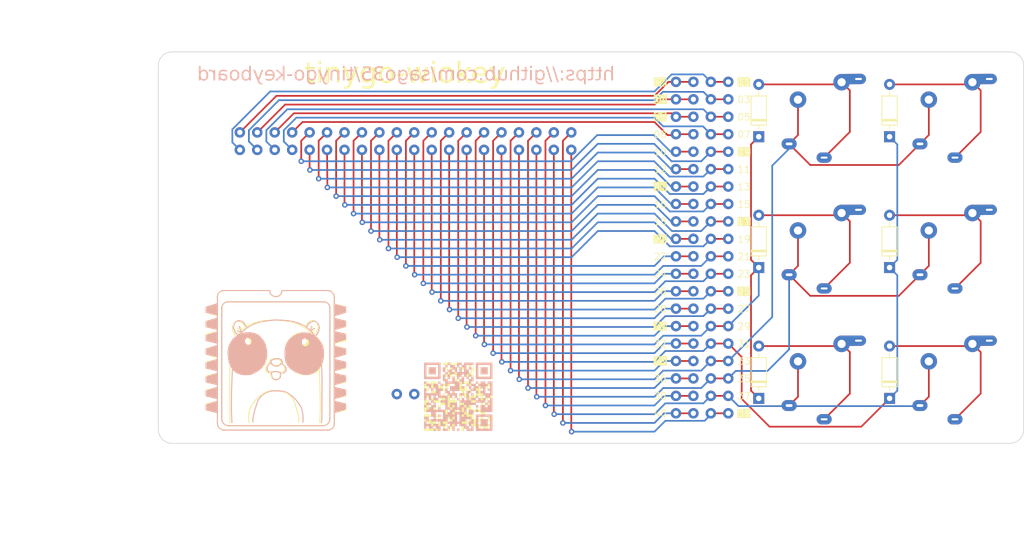
<source format=kicad_pcb>
(kicad_pcb (version 20221018) (generator pcbnew)
  (layers (0 "F.Cu" signal) (31 "B.Cu" signal) (34 "B.Paste" user) (35 "F.Paste" user) (36 "B.SilkS" user "B.Silkscreen") (37 "F.SilkS" user "F.Silkscreen") (38 "B.Mask" user) (39 "F.Mask" user) (44 "Edge.Cuts" user))
  (net 0 "")
  (net 1 "WT-01")
  (net 2 "WT-03")
  (net 3 "WT-05")
  (net 4 "WT-07")
  (net 5 "WT-09")
  (net 6 "WT-11")
  (net 7 "WT-13")
  (net 8 "WT-15")
  (net 9 "WT-17")
  (net 10 "WT-19")
  (net 11 "WT-21")
  (net 12 "WT-23")
  (net 13 "WT-25")
  (net 14 "WT-27")
  (net 15 "WT-29")
  (net 16 "WT-31")
  (net 17 "WT-33")
  (net 18 "WT-35")
  (net 19 "WT-37")
  (net 20 "WT-39")
  (net 21 "WT-02")
  (net 22 "WT-04")
  (net 23 "WT-06")
  (net 24 "WT-08")
  (net 25 "WT-10")
  (net 26 "WT-12")
  (net 27 "WT-14")
  (net 28 "WT-16")
  (net 29 "WT-18")
  (net 30 "WT-20")
  (net 31 "WT-22")
  (net 32 "WT-24")
  (net 33 "WT-26")
  (net 34 "WT-28")
  (net 35 "WT-30")
  (net 36 "WT-32")
  (net 37 "WT-34")
  (net 38 "WT-36")
  (net 39 "WT-38")
  (net 40 "WT-40")
  (net 41 "Net-(D1-A)")
  (net 42 "Net-(D2-A)")
  (net 43 "Net-(D3-A)")
  (net 44 "Net-(D4-A)")
  (net 45 "Net-(D5-A)")
  (net 46 "Net-(D6-A)")
  (footprint "snapeda/xiao:wio_terminal" (layer "F.Cu") (at 146 87.5)
    (fp_text reference "U1" hide)
    (fp_text value "Wio Terminal" hide)
  )
  (footprint "foostan/kbd:CherryMX_ChocV2_1u" (layer "F.Cu") (at 206.95 87.55)
    (fp_text reference "SW2" hide)
    (fp_text value "SW_PUSH" hide)
  )
  (footprint "Diode_THT:D_DO-35_SOD27_P7.62mm_Horizontal" (layer "F.Cu") (at 197.425 109.4575 90)
    (fp_text reference "D3" hide)
    (fp_text value "1N4148" hide)
  )
  (footprint "Diode_THT:D_DO-35_SOD27_P7.62mm_Horizontal" (layer "F.Cu") (at 216.475 90.4075 90)
    (fp_text reference "D5" hide)
    (fp_text value "1N4148" hide)
  )
  (footprint "snapeda/xiao:tinygo-keyboard-qr" (layer "F.Cu") (at 153.67 109.22)
    (fp_text reference "G***" hide)
    (fp_text value "LOGO" hide)
  )
  (footprint "foostan/kbd:CherryMX_ChocV2_1u" (layer "F.Cu") (at 206.95 68.5)
    (fp_text reference "SW1" hide)
    (fp_text value "SW_PUSH" hide)
  )
  (footprint "snapeda/xiao:wio_terminal_header_2x20x2" (layer "F.Cu") (at 189.18 87.5)
    (fp_text reference "U2" hide)
    (fp_text value "WT Header" hide)
  )
  (footprint "Diode_THT:D_DO-35_SOD27_P7.62mm_Horizontal" (layer "F.Cu") (at 197.425 71.3575 90)
    (fp_text reference "D1" hide)
    (fp_text value "1N4148" hide)
  )
  (footprint "foostan/kbd:CherryMX_ChocV2_1u" (layer "F.Cu") (at 226 106.6)
    (fp_text reference "SW6" hide)
    (fp_text value "SW_PUSH" hide)
  )
  (footprint "Diode_THT:D_DO-35_SOD27_P7.62mm_Horizontal" (layer "F.Cu") (at 216.475 71.3575 90)
    (fp_text reference "D4" hide)
    (fp_text value "1N4148" hide)
  )
  (footprint "foostan/kbd:CherryMX_ChocV2_1u" (layer "F.Cu") (at 226 87.55)
    (fp_text reference "SW5" hide)
    (fp_text value "SW_PUSH" hide)
  )
  (footprint "Diode_THT:D_DO-35_SOD27_P7.62mm_Horizontal" (layer "F.Cu") (at 216.475 109.4575 90)
    (fp_text reference "D6" hide)
    (fp_text value "1N4148" hide)
  )
  (footprint "Diode_THT:D_DO-35_SOD27_P7.62mm_Horizontal" (layer "F.Cu") (at 197.425 90.4075 90)
    (fp_text reference "D2" hide)
    (fp_text value "1N4148" hide)
  )
  (footprint "foostan/kbd:CherryMX_ChocV2_1u" (layer "F.Cu") (at 206.95 106.6)
    (fp_text reference "SW3" hide)
    (fp_text value "SW_PUSH" hide)
  )
  (footprint "foostan/kbd:CherryMX_ChocV2_1u" (layer "F.Cu") (at 226 68.5)
    (fp_text reference "SW4" hide)
    (fp_text value "SW_PUSH" hide)
  )
  (footprint "snapeda/xiao:tinygo-keyboard-qr" (layer "B.Cu") (at 153.67 109.22 180)
    (fp_text reference "G***" hide)
    (fp_text value "LOGO" hide)
  )
  (gr_line (start 133.3881 99.5426) (end 133.4389 99.1108) (stroke (width 0.15)) (layer "B.SilkS"))
  (gr_line (start 132.8547 98.2218) (end 132.3721 98.2472) (stroke (width 0.15)) (layer "B.SilkS"))
  (gr_arc (start 134.9883 112.4204) (mid 134.69072 113.13882) (end 133.9723 113.4364) (stroke (width 0.15)) (layer "B.SilkS"))
  (gr_line (start 127.9525 104.3686) (end 127.5969 104.6734) (stroke (width 0.15)) (layer "B.SilkS"))
  (gr_line (start 133.2865 98.6028) (end 132.8547 98.2218) (stroke (width 0.15)) (layer "B.SilkS"))
  (gr_line (start 130.2131 100.1522) (end 130.8735 99.949) (stroke (width 0.15)) (layer "B.SilkS"))
  (gr_line (start 131.9403 100.9396) (end 131.5593 100.711) (stroke (width 0.15)) (layer "B.SilkS"))
  (gr_line (start 126.8095 103.759) (end 127.2159 103.6828) (stroke (width 0.15)) (layer "B.SilkS"))
  (gr_line (start 132.1435 99.5934) (end 132.7531 99.2632) (stroke (width 0.15)) (layer "B.SilkS"))
  (gr_line (start 133.9469 101.981) (end 134.0485 102.616) (stroke (width 0.15)) (layer "B.SilkS"))
  (gr_line (start 122.1867 98.2472) (end 122.4915 98.4758) (stroke (width 0.15)) (layer "B.SilkS"))
  (gr_line (start 129.3495 105.1814) (end 128.8923 104.6988) (stroke (width 0.15)) (layer "B.SilkS"))
  (gr_line (start 131.0259 100.7618) (end 130.8481 100.9904) (stroke (width 0.15)) (layer "B.SilkS"))
  (gr_line (start 134.0485 103.251) (end 133.9723 103.8098) (stroke (width 0.15)) (layer "B.SilkS"))
  (gr_line (start 123.5583 100.7872) (end 123.4059 100.6348) (stroke (width 0.15)) (layer "B.SilkS"))
  (gr_line (start 126.4031 104.2162) (end 126.4539 103.9114) (stroke (width 0.15)) (layer "B.SilkS"))
  (gr_line (start 131.9657 98.5266) (end 132.3721 98.2472) (stroke (width 0.15)) (layer "B.SilkS"))
  (gr_line (start 133.4135 101.0412) (end 133.7183 101.4476) (stroke (width 0.15)) (layer "B.SilkS"))
  (gr_line (start 127.5969 105.664) (end 127.1651 105.537) (stroke (width 0.15)) (layer "B.SilkS"))
  (gr_line (start 123.7615 112.4712) (end 123.8631 111.887) (stroke (width 0.15)) (layer "B.SilkS"))
  (gr_line (start 121.3485 98.2726) (end 121.6787 98.1202) (stroke (width 0.15)) (layer "B.SilkS"))
  (gr_poly (pts (xy 130.8481 100.9904) (xy 130.8735 99.949) (xy 130.2131 100.1522) (xy 129.6797 100.4316) (xy 129.1971 100.8126) (xy 128.8415 101.2698) (xy 128.5875 101.8286) (xy 128.4605 102.5398) (xy 130.8053 102.5694)) (stroke (width 0.15)) (fill solid) (layer "B.SilkS"))
  (gr_line (start 129.6797 100.4316) (end 130.2131 100.1522) (stroke (width 0.15)) (layer "B.SilkS"))
  (gr_line (start 125.8443 104.902) (end 126.0221 104.5464) (stroke (width 0.15)) (layer "B.SilkS"))
  (gr_line (start 122.1105 105.9688) (end 121.5517 105.7656) (stroke (width 0.15)) (layer "B.SilkS"))
  (gr_line (start 120.9421 100.7872) (end 121.3993 100.4062) (stroke (width 0.15)) (layer "B.SilkS"))
  (gr_line (start 119.2403 96.2914) (end 119.2403 112.4204) (stroke (width 0.15)) (layer "B.SilkS"))
  (gr_line (start 120.2309 102.2604) (end 120.3579 101.727) (stroke (width 0.15)) (layer "B.SilkS"))
  (gr_poly (pts (xy 130.8989 101.6254) (xy 131.2037 101.9302) (xy 131.4577 101.981) (xy 131.7117 101.9048) (xy 131.9403 101.727) (xy 133.8326 101.7143) (xy 133.9469 101.981) (xy 134.0485 102.616) (xy 134.0485 103.251) (xy 133.9723 103.8098) (xy 133.7691 104.394) (xy 133.3373 105.1052) (xy 132.9055 105.537) (xy 132.3975 105.791) (xy 131.7879 105.9688) (xy 131.1021 105.9434) (xy 129.9337 105.5624) (xy 129.3495 105.1814) (xy 128.8923 104.6988) (xy 128.5875 104.1146) (xy 128.4605 103.3526) (xy 128.4605 102.5398) (xy 130.8989 101.6254)) (stroke (width 0.15)) (fill solid) (layer "B.SilkS"))
  (gr_line (start 133.5405 104.7242) (end 133.3373 105.1052) (stroke (width 0.15)) (layer "B.SilkS"))
  (gr_line (start 128.8923 104.6988) (end 128.5875 104.1146) (stroke (width 0.15)) (layer "B.SilkS"))
  (gr_line (start 122.7455 98.933) (end 122.936 99.187) (stroke (width 0.15)) (layer "B.SilkS"))
  (gr_line (start 120.6373 111.0488) (end 120.6627 108.712) (stroke (width 0.15)) (layer "B.SilkS"))
  (gr_line (start 131.7879 105.9688) (end 131.1021 105.9434) (stroke (width 0.15)) (layer "B.SilkS"))
  (gr_line (start 123.1265 101.7524) (end 123.3805 101.6762) (stroke (width 0.15)) (layer "B.SilkS"))
  (gr_line (start 127.8255 106.0196) (end 127.762 105.7148) (stroke (width 0.15)) (layer "B.SilkS"))
  (gr_line (start 126.5047 106.0958) (end 126.6063 106.4768) (stroke (width 0.15)) (layer "B.SilkS"))
  (gr_line (start 128.8415 101.2698) (end 129.1971 100.8126) (stroke (width 0.15)) (layer "B.SilkS"))
  (gr_line (start 129.6797 98.2726) (end 130.4925 98.5266) (stroke (width 0.15)) (layer "B.SilkS"))
  (gr_line (start 128.5875 101.8286) (end 128.8415 101.2698) (stroke (width 0.15)) (layer "B.SilkS"))
  (gr_line (start 120.7897 105.1052) (end 120.5103 104.648) (stroke (width 0.15)) (layer "B.SilkS"))
  (gr_line (start 132.1435 99.5934) (end 132.2959 98.9838) (stroke (width 0.15)) (layer "B.SilkS"))
  (gr_line (start 126.0221 104.5464) (end 126.4031 104.2162) (stroke (width 0.15)) (layer "B.SilkS"))
  (gr_line (start 121.2469 99.8982) (end 121.0691 99.4918) (stroke (width 0.15)) (layer "B.SilkS"))
  (gr_line (start 135.6233 113.1824) (end 135.6233 94.7674) (stroke (width 0.15)) (layer "B.SilkS"))
  (gr_line (start 127.5969 104.6734) (end 127.2413 104.775) (stroke (width 0.15)) (layer "B.SilkS"))
  (gr_line (start 126.8349 106.68) (end 127.2159 106.7562) (stroke (width 0.15)) (layer "B.SilkS"))
  (gr_arc (start 119.2403 96.2914) (mid 119.500682 95.662782) (end 120.1293 95.4024) (stroke (width 0.15)) (layer "B.SilkS"))
  (gr_line (start 121.9073 100.1014) (end 122.4407 99.9744) (stroke (width 0.15)) (layer "B.SilkS"))
  (gr_line (start 133.8453 106.68) (end 133.7691 104.394) (stroke (width 0.15)) (layer "B.SilkS"))
  (gr_line (start 123.6853 101.2952) (end 123.6599 101.0412) (stroke (width 0.15)) (layer "B.SilkS"))
  (gr_line (start 121.6787 98.1202) (end 122.1867 98.2472) (stroke (width 0.15)) (layer "B.SilkS"))
  (gr_poly (pts (xy 137.2743 111.0234) (xy 137.2743 110.2614) (xy 135.6233 109.8804) (xy 135.6233 111.5314)) (stroke (width 0.15)) (fill solid) (layer "B.SilkS"))
  (gr_line (start 123.4059 99.8982) (end 124.1933 100.076) (stroke (width 0.15)) (layer "B.SilkS"))
  (gr_line (start 130.0099 109.6264) (end 130.4163 110.1598) (stroke (width 0.15)) (layer "B.SilkS"))
  (gr_line (start 126.7333 105.5878) (end 126.4285 105.6386) (stroke (width 0.15)) (layer "B.SilkS"))
  (gr_line (start 120.6627 108.712) (end 120.6881 107.6198) (stroke (width 0.15)) (layer "B.SilkS"))
  (gr_line (start 125.7681 103.2764) (end 125.6157 103.886) (stroke (width 0.15)) (layer "B.SilkS"))
  (gr_line (start 131.9403 101.727) (end 132.0419 101.4476) (stroke (width 0.15)) (layer "B.SilkS"))
  (gr_line (start 125.4633 108.7374) (end 125.9967 108.5088) (stroke (width 0.15)) (layer "B.SilkS"))
  (gr_line (start 128.6129 105.029) (end 128.5875 105.4354) (stroke (width 0.15)) (layer "B.SilkS"))
  (gr_poly (pts (xy 116.9543 98.274883) (xy 116.9543 99.036883) (xy 118.6053 99.417883) (xy 118.6053 97.766883)) (stroke (width 0.15)) (fill solid) (layer "B.SilkS"))
  (gr_line (start 124.1933 100.076) (end 124.6251 100.33) (stroke (width 0.15)) (layer "B.SilkS"))
  (gr_line (start 129.9337 105.5624) (end 129.3495 105.1814) (stroke (width 0.15)) (layer "B.SilkS"))
  (gr_line (start 133.7691 113.0046) (end 133.8199 112.3442) (stroke (width 0.15)) (layer "B.SilkS"))
  (gr_line (start 131.2037 101.9302) (end 131.4577 101.981) (stroke (width 0.15)) (layer "B.SilkS"))
  (gr_line (start 127.2413 104.775) (end 126.8349 104.6734) (stroke (width 0.15)) (layer "B.SilkS"))
  (gr_line (start 123.8631 111.887) (end 124.0917 111.0234) (stroke (width 0.15)) (layer "B.SilkS"))
  (gr_line (start 134.0993 95.4024) (end 120.1293 95.4024) (stroke (width 0.15)) (layer "B.SilkS"))
  (gr_line (start 128.3335 105.7148) (end 127.9271 105.7656) (stroke (width 0.15)) (layer "B.SilkS"))
  (gr_line (start 126.4539 103.9114) (end 126.8095 103.759) (stroke (width 0.15)) (layer "B.SilkS"))
  (gr_line (start 125.8443 105.283) (end 125.8443 104.902) (stroke (width 0.15)) (layer "B.SilkS"))
  (gr_line (start 128.7145 108.585) (end 129.4511 109.093) (stroke (width 0.15)) (layer "B.SilkS"))
  (gr_line (start 120.6373 101.219) (end 120.9421 100.7872) (stroke (width 0.15)) (layer "B.SilkS"))
  (gr_line (start 128.8415 98.1456) (end 129.6797 98.2726) (stroke (width 0.15)) (layer "B.SilkS"))
  (gr_line (start 125.0061 105.0036) (end 124.5235 105.41) (stroke (width 0.15)) (layer "B.SilkS"))
  (gr_arc (start 120.2563 113.4364) (mid 119.53788 113.13882) (end 119.2403 112.4204) (stroke (width 0.15)) (layer "B.SilkS"))
  (gr_line (start 130.4925 105.7656) (end 129.9337 105.5624) (stroke (width 0.15)) (layer "B.SilkS"))
  (gr_line (start 133.4389 99.1108) (end 133.2865 98.6028) (stroke (width 0.15)) (layer "B.SilkS"))
  (gr_line (start 132.0419 101.4476) (end 132.0419 101.1428) (stroke (width 0.15)) (layer "B.SilkS"))
  (gr_line (start 132.8293 100.457) (end 133.2611 99.8982) (stroke (width 0.15)) (layer "B.SilkS"))
  (gr_poly (pts (xy 137.2743 104.9274) (xy 137.2743 104.1654) (xy 135.6233 103.7844) (xy 135.6233 105.4354)) (stroke (width 0.15)) (fill solid) (layer "B.SilkS"))
  (gr_line (start 127.1651 105.537) (end 126.7333 105.5878) (stroke (width 0.15)) (layer "B.SilkS"))
  (gr_line (start 122.5423 101.2698) (end 122.6693 101.4984) (stroke (width 0.15)) (layer "B.SilkS"))
  (gr_line (start 127.9017 103.8352) (end 128.0795 104.14) (stroke (width 0.15)) (layer "B.SilkS"))
  (gr_line (start 132.8293 100.457) (end 132.2959 100.1268) (stroke (width 0.15)) (layer "B.SilkS"))
  (gr_line (start 132.3975 105.791) (end 131.7879 105.9688) (stroke (width 0.15)) (layer "B.SilkS"))
  (gr_line (start 124.0917 111.0234) (end 124.2949 110.3884) (stroke (width 0.15)) (layer "B.SilkS"))
  (gr_line (start 125.5649 101.6) (end 125.6919 102.1588) (stroke (width 0.15)) (layer "B.SilkS"))
  (gr_line (start 120.7135 112.9792) (end 120.6373 111.0488) (stroke (width 0.15)) (layer "B.SilkS"))
  (gr_line (start 131.2799 100.6602) (end 131.0259 100.7618) (stroke (width 0.15)) (layer "B.SilkS"))
  (gr_arc (start 118.6053 94.6404) (mid 118.865682 94.011782) (end 119.4943 93.7514) (stroke (width 0.15)) (layer "B.SilkS"))
  (gr_poly (pts (xy 123.1519 100.5332) (xy 123.4059 99.8982) (xy 122.7455 99.9236) (xy 121.9073 100.1014) (xy 121.3993 100.4062) (xy 120.9421 100.7872) (xy 120.6373 101.219) (xy 120.3579 101.727) (xy 120.1547 102.8446) (xy 120.3325 104.1654) (xy 120.5103 104.648) (xy 120.7897 105.1052) (xy 121.0945 105.4862) (xy 121.5517 105.7656) (xy 122.1105 105.9688) (xy 122.7709 105.9942) (xy 123.4313 105.9688) (xy 123.9901 105.7148) (xy 124.5235 105.41) (xy 125.0061 105.0036) (xy 125.4125 104.4448) (xy 125.6157 103.886) (xy 125.7681 103.2764) (xy 125.7681 102.7176) (xy 125.6919 102.1588) (xy 125.5649 101.6) (xy 125.2855 101.0666) (xy 124.6251 100.33) (xy 124.1933 100.076) (xy 123.5583 100.7872) (xy 123.6599 101.0412) (xy 123.6853 101.2952) (xy 123.5583 101.5238) (xy 123.3805 101.6762) (xy 123.1265 101.7524) (xy 122.8725 101.6762) (xy 122.6693 101.4984) (xy 122.5423 101.2698) (xy 122.5423 100.965) (xy 122.6693 100.7364) (xy 122.8979 100.5586)) (stroke (width 0.15)) (fill solid) (layer "B.SilkS"))
  (gr_line (start 127.9525 104.3686) (end 128.3589 104.6734) (stroke (width 0.15)) (layer "B.SilkS"))
  (gr_line (start 122.4407 99.9744) (end 122.7455 99.9236) (stroke (width 0.15)) (layer "B.SilkS"))
  (gr_line (start 120.7897 105.1052) (end 121.0945 105.4862) (stroke (width 0.15)) (layer "B.SilkS"))
  (gr_line (start 124.5235 109.7026) (end 124.9553 109.1438) (stroke (width 0.15)) (layer "B.SilkS"))
  (gr_poly (pts (xy 137.2743 108.9914) (xy 137.2743 108.2294) (xy 135.6233 107.8484) (xy 135.6233 109.4994)) (stroke (width 0.15)) (fill solid) (layer "B.SilkS"))
  (gr_line (start 133.7183 101.4476) (end 133.9469 101.981) (stroke (width 0.15)) (layer "B.SilkS"))
  (gr_line (start 131.1021 105.9434) (end 130.4925 105.7656) (stroke (width 0.15)) (layer "B.SilkS"))
  (gr_poly (pts (xy 123.1519 100.5332) (xy 123.4059 100.6348) (xy 123.5583 100.7872) (xy 124.1933 100.076) (xy 123.4059 99.8982)) (stroke (width 0.15)) (fill solid) (layer "B.SilkS"))
  (gr_line (start 130.4163 110.1598) (end 130.7719 110.6932) (stroke (width 0.15)) (layer "B.SilkS"))
  (gr_line (start 130.8227 101.5238) (end 130.9751 101.727) (stroke (width 0.15)) (layer "B.SilkS"))
  (gr_line (start 123.9901 105.7148) (end 123.4313 105.9688) (stroke (width 0.15)) (layer "B.SilkS"))
  (gr_line (start 120.2563 113.4364) (end 133.9723 113.4364) (stroke (width 0.15)) (layer "B.SilkS"))
  (gr_arc (start 128.0033 93.7514) (mid 127.1143 94.6404) (end 126.2253 93.7514) (stroke (width 0.15)) (layer "B.SilkS"))
  (gr_line (start 131.4577 101.981) (end 131.7117 101.9048) (stroke (width 0.15)) (layer "B.SilkS"))
  (gr_line (start 130.9751 101.727) (end 131.2037 101.9302) (stroke (width 0.15)) (layer "B.SilkS"))
  (gr_poly (pts (xy 116.9543 102.2604) (xy 116.9543 103.0224) (xy 118.6053 103.4034) (xy 118.6053 101.7524)) (stroke (width 0.15)) (fill solid) (layer "B.SilkS"))
  (gr_line (start 120.1547 102.8446) (end 120.2309 102.2604) (stroke (width 0.15)) (layer "B.SilkS"))
  (gr_line (start 133.2611 99.8982) (end 133.3881 99.5426) (stroke (width 0.15)) (layer "B.SilkS"))
  (gr_line (start 126.2253 93.7514) (end 119.4943 93.7514) (stroke (width 0.15)) (layer "B.SilkS"))
  (gr_line (start 124.9553 109.1438) (end 125.4633 108.7374) (stroke (width 0.15)) (layer "B.SilkS"))
  (gr_line (start 122.7455 99.9236) (end 123.4059 99.8982) (stroke (width 0.15)) (layer "B.SilkS"))
  (gr_line (start 123.3805 101.6762) (end 123.5583 101.5238) (stroke (width 0.15)) (layer "B.SilkS"))
  (gr_line (start 130.8227 101.2698) (end 130.8227 101.5238) (stroke (width 0.15)) (layer "B.SilkS"))
  (gr_line (start 126.5555 108.3564) (end 126.9873 108.3564) (stroke (width 0.15)) (layer "B.SilkS"))
  (gr_line (start 123.2281 98.9838) (end 123.9901 98.6028) (stroke (width 0.15)) (layer "B.SilkS"))
  (gr_line (start 124.8283 98.3234) (end 125.8189 98.171) (stroke (width 0.15)) (layer "B.SilkS"))
  (gr_line (start 123.4059 100.6348) (end 123.1519 100.5332) (stroke (width 0.15)) (layer "B.SilkS"))
  (gr_line (start 125.6919 102.1588) (end 125.7681 102.7176) (stroke (width 0.15)) (layer "B.SilkS"))
  (gr_line (start 124.6251 100.33) (end 124.9807 100.711) (stroke (width 0.15)) (layer "B.SilkS"))
  (gr_line (start 121.3993 100.4062) (end 121.9073 100.1014) (stroke (width 0.15)) (layer "B.SilkS"))
  (gr_line (start 121.5517 105.7656) (end 121.0945 105.4862) (stroke (width 0.15)) (layer "B.SilkS"))
  (gr_poly (pts (xy 116.9543 96.1644) (xy 116.9543 96.9264) (xy 118.6053 97.3074) (xy 118.6053 95.6564)) (stroke (width 0.15)) (fill solid) (layer "B.SilkS"))
  (gr_line (start 125.7681 102.7176) (end 125.7681 103.2764) (stroke (width 0.15)) (layer "B.SilkS"))
  (gr_poly (pts (xy 137.2743 96.9264) (xy 137.2743 96.1644) (xy 135.6233 95.7834) (xy 135.6233 97.4344)) (stroke (width 0.15)) (fill solid) (layer "B.SilkS"))
  (gr_arc (start 135.6233 113.1824) (mid 135.362918 113.811018) (end 134.7343 114.0714) (stroke (width 0.15)) (layer "B.SilkS"))
  (gr_line (start 131.5466 99.0854) (end 131.9657 98.5266) (stroke (width 0.15)) (layer "B.SilkS"))
  (gr_line (start 133.9723 103.8098) (end 133.7691 104.394) (stroke (width 0.15)) (layer "B.SilkS"))
  (gr_line (start 133.8199 109.22) (end 133.8453 106.68) (stroke (width 0.15)) (layer "B.SilkS"))
  (gr_line (start 130.4925 98.5266) (end 131.2037 98.8314) (stroke (width 0.15)) (layer "B.SilkS"))
  (gr_line (start 128.1303 108.4072) (end 128.7145 108.585) (stroke (width 0.15)) (layer "B.SilkS"))
  (gr_line (start 130.8481 100.9904) (end 130.8227 101.2698) (stroke (width 0.15)) (layer "B.SilkS"))
  (gr_line (start 121.9073 100.1014) (end 122.1359 99.8728) (stroke (width 0.15)) (layer "B.SilkS"))
  (gr_line (start 133.3373 105.1052) (end 132.9055 105.537) (stroke (width 0.15)) (layer "B.SilkS"))
  (gr_line (start 126.9111 98.044) (end 127.9271 98.0694) (stroke (width 0.15)) (layer "B.SilkS"))
  (gr_line (start 128.4605 103.3526) (end 128.4605 102.5398) (stroke (width 0.15)) (layer "B.SilkS"))
  (gr_line (start 123.6599 101.0412) (end 123.5583 100.7872) (stroke (width 0.15)) (layer "B.SilkS"))
  (gr_line (start 133.8199 112.3442) (end 133.8199 109.22) (stroke (width 0.15)) (layer "B.SilkS"))
  (gr_line (start 124.9807 100.711) (end 125.2855 101.0666) (stroke (width 0.15)) (layer "B.SilkS"))
  (gr_line (start 134.0485 102.616) (end 134.0485 103.251) (stroke (width 0.15)) (layer "B.SilkS"))
  (gr_line (start 126.6063 104.521) (end 126.4031 104.2162) (stroke (width 0.15)) (layer "B.SilkS"))
  (gr_line (start 128.3589 104.6734) (end 128.6129 105.029) (stroke (width 0.15)) (layer "B.SilkS"))
  (gr_line (start 118.6053 94.6404) (end 118.6053 113.0554) (stroke (width 0.15)) (layer "B.SilkS"))
  (gr_line (start 134.6073 93.7514) (end 128.0033 93.7514) (stroke (width 0.15)) (layer "B.SilkS"))
  (gr_line (start 126.4285 105.6386) (end 126.0729 105.6132) (stroke (width 0.15)) (layer "B.SilkS"))
  (gr_line (start 123.5583 101.5238) (end 123.6853 101.2952) (stroke (width 0.15)) (layer "B.SilkS"))
  (gr_line (start 127.2159 103.6828) (end 127.5969 103.6828) (stroke (width 0.15)) (layer "B.SilkS"))
  (gr_line (start 125.4125 104.4448) (end 125.0061 105.0036) (stroke (width 0.15)) (layer "B.SilkS"))
  (gr_line (start 134.9883 112.4204) (end 134.9883 96.2914) (stroke (width 0.15)) (layer "B.SilkS"))
  (gr_line (start 122.6693 100.7364) (end 122.5423 100.965) (stroke (width 0.15)) (layer "B.SilkS"))
  (gr_line (start 133.7691 104.394) (end 133.5405 104.7242) (stroke (width 0.15)) (layer "B.SilkS"))
  (gr_line (start 131.8895 99.3394) (end 132.3975 99.8474) (stroke (width 0.15)) (layer "B.SilkS"))
  (gr_line (start 128.0795 104.14) (end 127.9525 104.3686) (stroke (width 0.15)) (layer "B.SilkS"))
  (gr_line (start 122.7709 105.9942) (end 122.1105 105.9688) (stroke (width 0.15)) (layer "B.SilkS"))
  (gr_line (start 122.8979 100.5586) (end 122.6693 100.7364) (stroke (width 0.15)) (layer "B.SilkS"))
  (gr_line (start 126.8349 104.6734) (end 126.6063 104.521) (stroke (width 0.15)) (layer "B.SilkS"))
  (gr_line (start 122.6693 101.4984) (end 122.8725 101.6762) (stroke (width 0.15)) (layer "B.SilkS"))
  (gr_line (start 121.0437 98.6282) (end 121.3485 98.2726) (stroke (width 0.15)) (layer "B.SilkS"))
  (gr_poly (pts (xy 116.9543 106.3244) (xy 116.9543 107.0864) (xy 118.6053 107.4674) (xy 118.6053 105.8164)) (stroke (width 0.15)) (fill solid) (layer "B.SilkS"))
  (gr_line (start 125.9967 108.5088) (end 126.5555 108.3564) (stroke (width 0.15)) (layer "B.SilkS"))
  (gr_line (start 123.4313 105.9688) (end 122.7709 105.9942) (stroke (width 0.15)) (layer "B.SilkS"))
  (gr_line (start 131.7117 101.9048) (end 131.9403 101.727) (stroke (width 0.15)) (layer "B.SilkS"))
  (gr_line (start 127.9271 98.0694) (end 128.8415 98.1456) (stroke (width 0.15)) (layer "B.SilkS"))
  (gr_line (start 121.6533 100.2538) (end 121.2469 99.8982) (stroke (width 0.15)) (layer "B.SilkS"))
  (gr_line (start 122.8725 101.6762) (end 123.1265 101.7524) (stroke (width 0.15)) (layer "B.SilkS"))
  (gr_poly (pts (xy 131.9403 101.727) (xy 132.0419 101.4476) (xy 132.0419 101.1428) (xy 131.9403 100.9396) (xy 131.5593 100.711) (xy 131.2799 100.6602) (xy 131.0259 100.7618) (xy 130.8153 100.9094) (xy 130.8735 99.949) (xy 131.6863 99.949) (xy 132.2959 100.1268) (xy 132.8293 100.457) (xy 133.1595 100.6856) (xy 133.7183 101.4476) (xy 133.8326 101.7143)) (stroke (width 0.15)) (fill solid) (layer "B.SilkS"))
  (gr_line (start 132.9055 105.537) (end 132.3975 105.791) (stroke (width 0.15)) (layer "B.SilkS"))
  (gr_line (start 132.0419 101.1428) (end 131.9403 100.9396) (stroke (width 0.15)) (layer "B.SilkS"))
  (gr_line (start 130.8735 99.949) (end 131.6863 99.949) (stroke (width 0.15)) (layer "B.SilkS"))
  (gr_line (start 129.4511 109.093) (end 130.0099 109.6264) (stroke (width 0.15)) (layer "B.SilkS"))
  (gr_line (start 121.0691 99.4918) (end 120.9167 99.1616) (stroke (width 0.15)) (layer "B.SilkS"))
  (gr_line (start 126.4285 105.6386) (end 126.5047 106.0958) (stroke (width 0.15)) (layer "B.SilkS"))
  (gr_line (start 127.2159 106.7562) (end 127.5715 106.6038) (stroke (width 0.15)) (layer "B.SilkS"))
  (gr_line (start 123.9901 98.6028) (end 124.8283 98.3234) (stroke (width 0.15)) (layer "B.SilkS"))
  (gr_line (start 126.6063 106.4768) (end 126.8349 106.68) (stroke (width 0.15)) (layer "B.SilkS"))
  (gr_line (start 125.8189 98.171) (end 126.9111 98.044) (stroke (width 0.15)) (layer "B.SilkS"))
  (gr_line (start 122.1359 99.8728) (end 121.7803 98.9838) (stroke (width 0.15)) (layer "B.SilkS"))
  (gr_line (start 126.0729 105.6132) (end 125.8443 105.283) (stroke (width 0.15)) (layer "B.SilkS"))
  (gr_poly (pts (xy 116.9543 100.287619) (xy 116.9543 101.049619) (xy 118.6053 101.430619) (xy 118.6053 99.779619)) (stroke (width 0.15)) (fill solid) (layer "B.SilkS"))
  (gr_line (start 130.7719 110.6932) (end 130.9243 111.1504) (stroke (width 0.15)) (layer "B.SilkS"))
  (gr_line (start 132.2959 100.1268) (end 131.6863 99.949) (stroke (width 0.15)) (layer "B.SilkS"))
  (gr_arc (start 134.0993 95.4024) (mid 134.727918 95.662782) (end 134.9883 96.2914) (stroke (width 0.15)) (layer "B.SilkS"))
  (gr_line (start 127.7747 106.3752) (end 127.8255 106.0196) (stroke (width 0.15)) (layer "B.SilkS"))
  (gr_line (start 128.5875 104.1146) (end 128.4605 103.3526) (stroke (width 0.15)) (layer "B.SilkS"))
  (gr_line (start 124.5235 105.41) (end 123.9901 105.7148) (stroke (width 0.15)) (layer "B.SilkS"))
  (gr_arc (start 134.6073 93.7514) (mid 135.32572 94.04898) (end 135.6233 94.7674) (stroke (width 0.15)) (layer "B.SilkS"))
  (gr_line (start 127.5969 108.3818) (end 128.1303 108.4072) (stroke (width 0.15)) (layer "B.SilkS"))
  (gr_line (start 129.1971 100.8126) (end 129.6797 100.4316) (stroke (width 0.15)) (layer "B.SilkS"))
  (gr_poly (pts (xy 137.2743 98.9584) (xy 137.2743 98.1964) (xy 135.6233 97.8154) (xy 135.6233 99.4664)) (stroke (width 0.15)) (fill solid) (layer "B.SilkS"))
  (gr_line (start 131.2037 98.8314) (end 131.8895 99.3394) (stroke (width 0.15)) (layer "B.SilkS"))
  (gr_line (start 133.1595 100.6856) (end 133.4135 101.0412) (stroke (width 0.15)) (layer "B.SilkS"))
  (gr_line (start 132.3975 99.8474) (end 132.8293 100.457) (stroke (width 0.15)) (layer "B.SilkS"))
  (gr_line (start 126.9873 108.3564) (end 127.5969 108.3818) (stroke (width 0.15)) (layer "B.SilkS"))
  (gr_line (start 122.1359 99.8728) (end 122.6439 99.3902) (stroke (width 0.15)) (layer "B.SilkS"))
  (gr_line (start 120.5103 104.648) (end 120.3325 104.1654) (stroke (width 0.15)) (layer "B.SilkS"))
  (gr_poly (pts (xy 116.9543 108.3564) (xy 116.9543 109.1184) (xy 118.6053 109.4994) (xy 118.6053 107.8484)) (stroke (width 0.15)) (fill solid) (layer "B.SilkS"))
  (gr_line (start 122.5423 100.965) (end 122.5423 101.2698) (stroke (width 0.15)) (layer "B.SilkS"))
  (gr_poly (pts (xy 116.9543 104.2924) (xy 116.9543 105.0544) (xy 118.6053 105.4354) (xy 118.6053 103.7844)) (stroke (width 0.15)) (fill solid) (layer "B.SilkS"))
  (gr_line (start 128.5875 105.4354) (end 128.3335 105.7148) (stroke (width 0.15)) (layer "B.SilkS"))
  (gr_line (start 127.5969 103.6828) (end 127.9017 103.8352) (stroke (width 0.15)) (layer "B.SilkS"))
  (gr_line (start 125.6157 103.886) (end 125.4125 104.4448) (stroke (width 0.15)) (layer "B.SilkS"))
  (gr_line (start 124.2949 110.3884) (end 124.5235 109.7026) (stroke (width 0.15)) (layer "B.SilkS"))
  (gr_line (start 127.9271 105.7656) (end 127.5969 105.664) (stroke (width 0.15)) (layer "B.SilkS"))
  (gr_poly (pts (xy 137.2743 106.9594) (xy 137.2743 106.1974) (xy 135.6233 105.8164) (xy 135.6233 107.4674)) (stroke (width 0.15)) (fill solid) (layer "B.SilkS"))
  (gr_line (start 122.4915 98.4758) (end 122.7455 98.933) (stroke (width 0.15)) (layer "B.SilkS"))
  (gr_line (start 128.4605 102.5398) (end 128.5875 101.8286) (stroke (width 0.15)) (layer "B.SilkS"))
  (gr_arc (start 119.6213 114.0714) (mid 118.90288 113.77382) (end 118.6053 113.0554) (stroke (width 0.15)) (layer "B.SilkS"))
  (gr_line (start 119.6213 114.0714) (end 134.7343 114.0714) (stroke (width 0.15)) (layer "B.SilkS"))
  (gr_line (start 122.1359 99.8728) (end 121.5263 99.6188) (stroke (width 0.15)) (layer "B.SilkS"))
  (gr_line (start 130.9243 111.1504) (end 131.0513 111.76) (stroke (width 0.15)) (layer "B.SilkS"))
  (gr_poly (pts (xy 137.2743 103.0224) (xy 137.2743 102.2604) (xy 135.6233 101.8794) (xy 135.6233 103.5304)) (stroke (width 0.15)) (fill solid) (layer "B.SilkS"))
  (gr_line (start 122.6439 99.3902) (end 123.2281 98.9838) (stroke (width 0.15)) (layer "B.SilkS"))
  (gr_line (start 123.7615 112.903) (end 123.7615 112.4712) (stroke (width 0.15)) (layer "B.SilkS"))
  (gr_line (start 131.0513 111.76) (end 131.0767 112.4458) (stroke (width 0.15)) (layer "B.SilkS"))
  (gr_line (start 132.8293 100.457) (end 133.1595 100.6856) (stroke (width 0.15)) (layer "B.SilkS"))
  (gr_line (start 120.3579 101.727) (end 120.6373 101.219) (stroke (width 0.15)) (layer "B.SilkS"))
  (gr_poly (pts (xy 116.9543 110.3884) (xy 116.9543 111.1504) (xy 118.6053 111.5314) (xy 118.6053 109.8804)) (stroke (width 0.15)) (fill solid) (layer "B.SilkS"))
  (gr_poly (pts (xy 137.2743 100.8634) (xy 137.2743 100.1014) (xy 135.6233 99.7204) (xy 135.6233 101.3714)) (stroke (width 0.15)) (fill solid) (layer "B.SilkS"))
  (gr_line (start 131.0767 112.4458) (end 131.0513 112.9284) (stroke (width 0.15)) (layer "B.SilkS"))
  (gr_line (start 123.1519 100.5332) (end 122.8979 100.5586) (stroke (width 0.15)) (layer "B.SilkS"))
  (gr_line (start 120.3325 104.1654) (end 120.2309 103.505) (stroke (width 0.15)) (layer "B.SilkS"))
  (gr_line (start 127.5715 106.6038) (end 127.7747 106.3752) (stroke (width 0.15)) (layer "B.SilkS"))
  (gr_line (start 131.5593 100.711) (end 131.2799 100.6602) (stroke (width 0.15)) (layer "B.SilkS"))
  (gr_line (start 120.9167 99.1616) (end 121.0437 98.6282) (stroke (width 0.15)) (layer "B.SilkS"))
  (gr_line (start 120.2309 103.505) (end 120.1547 102.8446) (stroke (width 0.15)) (layer "B.SilkS"))
  (gr_line (start 125.2855 101.0666) (end 125.5649 101.6) (stroke (width 0.15)) (layer "B.SilkS"))
  (gr_line (start 120.6881 107.6198) (end 120.7897 105.1052) (stroke (width 0.15)) (layer "B.SilkS"))
  (gr_line (start 132.7023 99.6188) (end 132.0927 99.8728) (stroke (width 0.15)) (layer "F.SilkS"))
  (gr_line (start 133.1595 99.4918) (end 132.9817 99.8982) (stroke (width 0.15)) (layer "F.SilkS"))
  (gr_line (start 130.3655 111.887) (end 130.4671 112.4712) (stroke (width 0.15)) (layer "F.SilkS"))
  (gr_line (start 133.8707 101.727) (end 133.9977 102.2604) (stroke (width 0.15)) (layer "F.SilkS"))
  (gr_line (start 134.9883 112.4204) (end 134.9883 96.2914) (stroke (width 0.15)) (layer "F.SilkS"))
  (gr_line (start 125.6157 105.029) (end 125.8697 104.6734) (stroke (width 0.15)) (layer "F.SilkS"))
  (gr_line (start 130.0353 100.076) (end 130.8227 99.8982) (stroke (width 0.15)) (layer "F.SilkS"))
  (gr_line (start 132.3213 100.1014) (end 132.8293 100.4062) (stroke (width 0.15)) (layer "F.SilkS"))
  (gr_line (start 127.8255 104.2162) (end 127.6223 104.521) (stroke (width 0.15)) (layer "F.SilkS"))
  (gr_line (start 129.9337 110.3884) (end 130.1369 111.0234) (stroke (width 0.15)) (layer "F.SilkS"))
  (gr_poly (pts (xy 116.9543 96.9264) (xy 116.9543 96.1644) (xy 118.6053 95.7834) (xy 118.6053 97.4344)) (stroke (width 0.15)) (fill solid) (layer "F.SilkS"))
  (gr_line (start 131.1021 101.7524) (end 131.3561 101.6762) (stroke (width 0.15)) (layer "F.SilkS"))
  (gr_line (start 123.4059 101.5238) (end 123.4059 101.2698) (stroke (width 0.15)) (layer "F.SilkS"))
  (gr_line (start 123.2535 101.727) (end 123.4059 101.5238) (stroke (width 0.15)) (layer "F.SilkS"))
  (gr_line (start 123.4059 101.2698) (end 123.3805 100.9904) (stroke (width 0.15)) (layer "F.SilkS"))
  (gr_line (start 121.3993 100.457) (end 121.8311 99.8474) (stroke (width 0.15)) (layer "F.SilkS"))
  (gr_line (start 126.4539 106.3752) (end 126.6571 106.6038) (stroke (width 0.15)) (layer "F.SilkS"))
  (gr_line (start 131.3561 101.6762) (end 131.5593 101.4984) (stroke (width 0.15)) (layer "F.SilkS"))
  (gr_arc (start 118.6053 94.7674) (mid 118.90288 94.04898) (end 119.6213 93.7514) (stroke (width 0.15)) (layer "F.SilkS"))
  (gr_line (start 130.7973 105.9688) (end 130.2385 105.7148) (stroke (width 0.15)) (layer "F.SilkS"))
  (gr_poly (pts (xy 137.2743 106.3244) (xy 137.2743 107.0864) (xy 135.6233 107.4674) (xy 135.6233 105.8164)) (stroke (width 0.15)) (fill solid) (layer "F.SilkS"))
  (gr_line (start 132.4483 98.9838) (end 132.0927 99.8728) (stroke (width 0.15)) (layer "F.SilkS"))
  (gr_line (start 122.3391 99.3394) (end 123.0249 98.8314) (stroke (width 0.15)) (layer "F.SilkS"))
  (gr_line (start 128.4605 103.2764) (end 128.4605 102.7176) (stroke (width 0.15)) (layer "F.SilkS"))
  (gr_poly (pts (xy 122.2883 101.727) (xy 122.1867 101.4476) (xy 122.1867 101.1428) (xy 122.2883 100.9396) (xy 122.6693 100.711) (xy 122.9487 100.6602) (xy 123.2027 100.7618) (xy 123.4133 100.9094) (xy 123.3551 99.949) (xy 122.5423 99.949) (xy 121.9327 100.1268) (xy 121.3993 100.457) (xy 121.0691 100.6856) (xy 120.5103 101.4476) (xy 120.396 101.7143)) (stroke (width 0.15)) (fill solid) (layer "F.SilkS"))
  (gr_line (start 120.4595 104.394) (end 120.3833 106.68) (stroke (width 0.15)) (layer "F.SilkS"))
  (gr_line (start 126.6571 106.6038) (end 127.0127 106.7562) (stroke (width 0.15)) (layer "F.SilkS"))
  (gr_line (start 126.0983 108.4072) (end 126.6317 108.3818) (stroke (width 0.15)) (layer "F.SilkS"))
  (gr_arc (start 134.9883 112.4204) (mid 134.69072 113.13882) (end 133.9723 113.4364) (stroke (width 0.15)) (layer "F.SilkS"))
  (gr_line (start 121.0691 100.6856) (end 121.3993 100.457) (stroke (width 0.15)) (layer "F.SilkS"))
  (gr_line (start 123.7361 105.7656) (end 123.1265 105.9434) (stroke (width 0.15)) (layer "F.SilkS"))
  (gr_line (start 127.0635 105.537) (end 126.6317 105.664) (stroke (width 0.15)) (layer "F.SilkS"))
  (gr_line (start 128.3843 105.283) (end 128.1557 105.6132) (stroke (width 0.15)) (layer "F.SilkS"))
  (gr_line (start 131.0767 100.5332) (end 130.8227 100.6348) (stroke (width 0.15)) (layer "F.SilkS"))
  (gr_line (start 127.8001 105.6386) (end 127.4953 105.5878) (stroke (width 0.15)) (layer "F.SilkS"))
  (gr_line (start 120.4595 104.394) (end 120.2563 103.8098) (stroke (width 0.15)) (layer "F.SilkS"))
  (gr_line (start 133.8961 104.1654) (end 133.7183 104.648) (stroke (width 0.15)) (layer "F.SilkS"))
  (gr_line (start 130.8481 101.6762) (end 131.1021 101.7524) (stroke (width 0.15)) (layer "F.SilkS"))
  (gr_poly (pts (xy 137.2743 100.287619) (xy 137.2743 101.049619) (xy 135.6233 101.430619) (xy 135.6233 99.779619)) (stroke (width 0.15)) (fill solid) (layer "F.SilkS"))
  (gr_line (start 120.3833 106.68) (end 120.4087 109.22) (stroke (width 0.15)) (layer "F.SilkS"))
  (gr_line (start 122.2629 98.5266) (end 122.682 99.0854) (stroke (width 0.15)) (layer "F.SilkS"))
  (gr_line (start 130.5687 101.0412) (end 130.5433 101.2952) (stroke (width 0.15)) (layer "F.SilkS"))
  (gr_line (start 126.3015 98.0694) (end 127.3175 98.044) (stroke (width 0.15)) (layer "F.SilkS"))
  (gr_line (start 133.1341 105.4862) (end 133.4389 105.1052) (stroke (width 0.15)) (layer "F.SilkS"))
  (gr_line (start 130.6703 101.5238) (end 130.8481 101.6762) (stroke (width 0.15)) (layer "F.SilkS"))
  (gr_line (start 123.2027 100.7618) (end 122.9487 100.6602) (stroke (width 0.15)) (layer "F.SilkS"))
  (gr_line (start 131.5593 101.4984) (end 131.6863 101.2698) (stroke (width 0.15)) (layer "F.SilkS"))
  (gr_poly (pts (xy 116.9543 100.8634) (xy 116.9543 100.1014) (xy 118.6053 99.7204) (xy 118.6053 101.3714)) (stroke (width 0.15)) (fill solid) (layer "F.SilkS"))
  (gr_line (start 132.1181 105.9688) (end 131.4577 105.9942) (stroke (width 0.15)) (layer "F.SilkS"))
  (gr_line (start 125.6411 105.4354) (end 125.6157 105.029) (stroke (width 0.15)) (layer "F.SilkS"))
  (gr_line (start 126.4031 106.0196) (end 126.4539 106.3752) (stroke (width 0.15)) (layer "F.SilkS"))
  (gr_line (start 122.5423 99.949) (end 123.3551 99.949) (stroke (width 0.15)) (layer "F.SilkS"))
  (gr_line (start 124.7775 109.093) (end 125.5141 108.585) (stroke (width 0.15)) (layer "F.SilkS"))
  (gr_line (start 122.2883 100.9396) (end 122.1867 101.1428) (stroke (width 0.15)) (layer "F.SilkS"))
  (gr_line (start 132.8293 100.4062) (end 133.2865 100.7872) (stroke (width 0.15)) (layer "F.SilkS"))
  (gr_line (start 121.8311 105.791) (end 121.3231 105.537) (stroke (width 0.15)) (layer "F.SilkS"))
  (gr_line (start 123.1265 105.9434) (end 122.4407 105.9688) (stroke (width 0.15)) (layer "F.SilkS"))
  (gr_line (start 128.7653 108.7374) (end 129.2733 109.1438) (stroke (width 0.15)) (layer "F.SilkS"))
  (gr_line (start 131.0005 98.9838) (end 131.5847 99.3902) (stroke (width 0.15)) (layer "F.SilkS"))
  (gr_poly (pts (xy 137.2743 110.3884) (xy 137.2743 111.1504) (xy 135.6233 111.5314) (xy 135.6233 109.8804)) (stroke (width 0.15)) (fill solid) (layer "F.SilkS"))
  (gr_line (start 129.2225 105.0036) (end 128.8161 104.4448) (stroke (width 0.15)) (layer "F.SilkS"))
  (gr_line (start 130.2385 105.7148) (end 129.7051 105.41) (stroke (width 0.15)) (layer "F.SilkS"))
  (gr_line (start 132.6769 105.7656) (end 132.1181 105.9688) (stroke (width 0.15)) (layer "F.SilkS"))
  (gr_line (start 130.5433 101.2952) (end 130.6703 101.5238) (stroke (width 0.15)) (layer "F.SilkS"))
  (gr_line (start 130.8227 99.8982) (end 131.4831 99.9236) (stroke (width 0.15)) (layer "F.SilkS"))
  (gr_line (start 123.0249 101.9302) (end 123.2535 101.727) (stroke (width 0.15)) (layer "F.SilkS"))
  (gr_line (start 119.2403 96.2914) (end 119.2403 112.4204) (stroke (width 0.15)) (layer "F.SilkS"))
  (gr_line (start 127.7747 103.9114) (end 127.8255 104.2162) (stroke (width 0.15)) (layer "F.SilkS"))
  (gr_line (start 120.4087 109.22) (end 120.4087 112.3442) (stroke (width 0.15)) (layer "F.SilkS"))
  (gr_line (start 121.8565 98.2472) (end 121.3739 98.2218) (stroke (width 0.15)) (layer "F.SilkS"))
  (gr_poly (pts (xy 131.0767 100.5332) (xy 130.8227 99.8982) (xy 131.4831 99.9236) (xy 132.3213 100.1014) (xy 132.8293 100.4062) (xy 133.2865 100.7872) (xy 133.5913 101.219) (xy 133.8707 101.727) (xy 134.0739 102.8446) (xy 133.8961 104.1654) (xy 133.7183 104.648) (xy 133.4389 105.1052) (xy 133.1341 105.4862) (xy 132.6769 105.7656) (xy 132.1181 105.9688) (xy 131.4577 105.9942) (xy 130.7973 105.9688) (xy 130.2385 105.7148) (xy 129.7051 105.41) (xy 129.2225 105.0036) (xy 128.8161 104.4448) (xy 128.6129 103.886) (xy 128.4605 103.2764) (xy 128.4605 102.7176) (xy 128.5367 102.1588) (xy 128.6637 101.6) (xy 128.9431 101.0666) (xy 129.6035 100.33) (xy 130.0353 100.076) (xy 130.6703 100.7872) (xy 130.5687 101.0412) (xy 130.5433 101.2952) (xy 130.6703 101.5238) (xy 130.8481 101.6762) (xy 131.1021 101.7524) (xy 131.3561 101.6762) (xy 131.5593 101.4984) (xy 131.6863 101.2698) (xy 131.6863 100.965) (xy 131.5593 100.7364) (xy 131.3307 100.5586)) (stroke (width 0.15)) (fill solid) (layer "F.SilkS"))
  (gr_line (start 131.4831 98.933) (end 131.7371 98.4758) (stroke (width 0.15)) (layer "F.SilkS"))
  (gr_line (start 121.9327 100.1268) (end 121.3993 100.457) (stroke (width 0.15)) (layer "F.SilkS"))
  (gr_line (start 123.3805 100.9904) (end 123.2027 100.7618) (stroke (width 0.15)) (layer "F.SilkS"))
  (gr_line (start 127.0127 103.6828) (end 127.4191 103.759) (stroke (width 0.15)) (layer "F.SilkS"))
  (gr_line (start 131.5847 99.3902) (end 132.0927 99.8728) (stroke (width 0.15)) (layer "F.SilkS"))
  (gr_line (start 125.7681 103.3526) (end 125.6411 104.1146) (stroke (width 0.15)) (layer "F.SilkS"))
  (gr_arc (start 119.4943 114.0714) (mid 118.865682 113.811018) (end 118.6053 113.1824) (stroke (width 0.15)) (layer "F.SilkS"))
  (gr_poly (pts (xy 116.9543 103.0224) (xy 116.9543 102.2604) (xy 118.6053 101.8794) (xy 118.6053 103.5304)) (stroke (width 0.15)) (fill solid) (layer "F.SilkS"))
  (gr_line (start 128.4097 98.171) (end 129.4003 98.3234) (stroke (width 0.15)) (layer "F.SilkS"))
  (gr_line (start 129.7051 109.7026) (end 129.9337 110.3884) (stroke (width 0.15)) (layer "F.SilkS"))
  (gr_line (start 121.4755 99.2632) (end 122.0851 99.5934) (stroke (width 0.15)) (layer "F.SilkS"))
  (gr_line (start 126.6317 108.3818) (end 127.2413 108.3564) (stroke (width 0.15)) (layer "F.SilkS"))
  (gr_arc (start 128.0033 93.7514) (mid 127.1143 94.6404) (end 126.2253 93.7514) (stroke (width 0.15)) (layer "F.SilkS"))
  (gr_line (start 133.4389 105.1052) (end 133.5405 107.6198) (stroke (width 0.15)) (layer "F.SilkS"))
  (gr_line (start 120.9421 98.6028) (end 120.7897 99.1108) (stroke (width 0.15)) (layer "F.SilkS"))
  (gr_line (start 120.6881 104.7242) (end 120.4595 104.394) (stroke (width 0.15)) (layer "F.SilkS"))
  (gr_line (start 122.9487 100.6602) (end 122.6693 100.711) (stroke (width 0.15)) (layer "F.SilkS"))
  (gr_line (start 125.6411 101.8286) (end 125.7681 102.5398) (stroke (width 0.15)) (layer "F.SilkS"))
  (gr_line (start 131.2926 99.187) (end 131.4831 98.933) (stroke (width 0.15)) (layer "F.SilkS"))
  (gr_line (start 126.6317 103.6828) (end 127.0127 103.6828) (stroke (width 0.15)) (layer "F.SilkS"))
  (gr_line (start 120.4087 112.3442) (end 120.4595 113.0046) (stroke (width 0.15)) (layer "F.SilkS"))
  (gr_line (start 127.6731 108.3564) (end 128.2319 108.5088) (stroke (width 0.15)) (layer "F.SilkS"))
  (gr_poly (pts (xy 123.3805 100.9904) (xy 123.3551 99.949) (xy 124.0155 100.1522) (xy 124.5489 100.4316) (xy 125.0315 100.8126) (xy 125.3871 101.2698) (xy 125.6411 101.8286) (xy 125.7681 102.5398) (xy 123.4233 102.5694)) (stroke (width 0.15)) (fill solid) (layer "F.SilkS"))
  (gr_line (start 133.5659 108.712) (end 133.5913 111.0488) (stroke (width 0.15)) (layer "F.SilkS"))
  (gr_poly (pts (xy 116.9543 111.0234) (xy 116.9543 110.2614) (xy 118.6053 109.8804) (xy 118.6053 111.5314)) (stroke (width 0.15)) (fill solid) (layer "F.SilkS"))
  (gr_line (start 121.8311 99.8474) (end 122.3391 99.3394) (stroke (width 0.15)) (layer "F.SilkS"))
  (gr_line (start 120.2817 101.981) (end 120.5103 101.4476) (stroke (width 0.15)) (layer "F.SilkS"))
  (gr_line (start 131.5593 100.7364) (end 131.3307 100.5586) (stroke (width 0.15)) (layer "F.SilkS"))
  (gr_line (start 120.2563 103.8098) (end 120.1801 103.251) (stroke (width 0.15)) (layer "F.SilkS"))
  (gr_line (start 134.0993 95.4024) (end 120.1293 95.4024) (stroke (width 0.15)) (layer "F.SilkS"))
  (gr_line (start 129.4003 98.3234) (end 130.2385 98.6028) (stroke (width 0.15)) (layer "F.SilkS"))
  (gr_line (start 125.7681 102.5398) (end 125.7681 103.3526) (stroke (width 0.15)) (layer "F.SilkS"))
  (gr_line (start 129.6035 100.33) (end 130.0353 100.076) (stroke (width 0.15)) (layer "F.SilkS"))
  (gr_poly (pts (xy 116.9543 104.9274) (xy 116.9543 104.1654) (xy 118.6053 103.7844) (xy 118.6053 105.4354)) (stroke (width 0.15)) (fill solid) (layer "F.SilkS"))
  (gr_poly (pts (xy 137.2743 108.3564) (xy 137.2743 109.1184) (xy 135.6233 109.4994) (xy 135.6233 107.8484)) (stroke (width 0.15)) (fill solid) (layer "F.SilkS"))
  (gr_line (start 126.3015 105.7656) (end 125.8951 105.7148) (stroke (width 0.15)) (layer "F.SilkS"))
  (gr_line (start 127.7239 106.0958) (end 127.8001 105.6386) (stroke (width 0.15)) (layer "F.SilkS"))
  (gr_line (start 133.5913 111.0488) (end 133.5151 112.9792) (stroke (width 0.15)) (layer "F.SilkS"))
  (gr_line (start 135.6233 113.0554) (end 135.6233 94.6404) (stroke (width 0.15)) (layer "F.SilkS"))
  (gr_line (start 133.1849 98.6282) (end 133.3119 99.1616) (stroke (width 0.15)) (layer "F.SilkS"))
  (gr_line (start 120.8405 99.5426) (end 120.9675 99.8982) (stroke (width 0.15)) (layer "F.SilkS"))
  (gr_line (start 123.1519 112.4458) (end 123.1773 111.76) (stroke (width 0.15)) (layer "F.SilkS"))
  (gr_line (start 131.6863 101.2698) (end 131.6863 100.965) (stroke (width 0.15)) (layer "F.SilkS"))
  (gr_line (start 130.1369 111.0234) (end 130.3655 111.887) (stroke (width 0.15)) (layer "F.SilkS"))
  (gr_poly (pts (xy 116.9543 98.9584) (xy 116.9543 98.1964) (xy 118.6053 97.8154) (xy 118.6053 99.4664)) (stroke (width 0.15)) (fill solid) (layer "F.SilkS"))
  (gr_line (start 123.0249 98.8314) (end 123.7361 98.5266) (stroke (width 0.15)) (layer "F.SilkS"))
  (gr_line (start 127.2413 108.3564) (end 127.6731 108.3564) (stroke (width 0.15)) (layer "F.SilkS"))
  (gr_arc (start 120.2563 113.4364) (mid 119.53788 113.13882) (end 119.2403 112.4204) (stroke (width 0.15)) (layer "F.SilkS"))
  (gr_line (start 128.1557 105.6132) (end 127.8001 105.6386) (stroke (width 0.15)) (layer "F.SilkS"))
  (gr_line (start 122.5423 99.949) (end 121.9327 100.1268) (stroke (width 0.15)) (layer "F.SilkS"))
  (gr_line (start 123.1773 112.9284) (end 123.1519 112.4458) (stroke (width 0.15)) (layer "F.SilkS"))
  (gr_line (start 127.6223 106.4768) (end 127.7239 106.0958) (stroke (width 0.15)) (layer "F.SilkS"))
  (gr_line (start 134.0739 102.8446) (end 133.9977 103.505) (stroke (width 0.15)) (layer "F.SilkS"))
  (gr_line (start 128.4605 102.7176) (end 128.5367 102.1588) (stroke (width 0.15)) (layer "F.SilkS"))
  (gr_line (start 123.3551 99.949) (end 124.0155 100.1522) (stroke (width 0.15)) (layer "F.SilkS"))
  (gr_line (start 125.3363 104.6988) (end 124.8791 105.1814) (stroke (width 0.15)) (layer "F.SilkS"))
  (gr_line (start 125.3871 98.1456) (end 126.3015 98.0694) (stroke (width 0.15)) (layer "F.SilkS"))
  (gr_line (start 126.2761 104.3686) (end 126.1491 104.14) (stroke (width 0.15)) (layer "F.SilkS"))
  (gr_line (start 120.7897 99.1108) (end 120.8405 99.5426) (stroke (width 0.15)) (layer "F.SilkS"))
  (gr_line (start 123.3043 111.1504) (end 123.4567 110.6932) (stroke (width 0.15)) (layer "F.SilkS"))
  (gr_line (start 120.8913 105.1052) (end 120.6881 104.7242) (stroke (width 0.15)) (layer "F.SilkS"))
  (gr_poly (pts (xy 137.2743 98.274883) (xy 137.2743 99.036883) (xy 135.6233 99.417883) (xy 135.6233 97.766883)) (stroke (width 0.15)) (fill solid) (layer "F.SilkS"))
  (gr_line (start 131.7879 99.9744) (end 132.3213 100.1014) (stroke (width 0.15)) (layer "F.SilkS"))
  (gr_line (start 127.3937 104.6734) (end 126.9873 104.775) (stroke (width 0.15)) (layer "F.SilkS"))
  (gr_line (start 128.9431 101.0666) (end 129.2479 100.711) (stroke (width 0.15)) (layer "F.SilkS"))
  (gr_line (start 126.3269 103.8352) (end 126.6317 103.6828) (stroke (width 0.15)) (layer "F.SilkS"))
  (gr_line (start 120.1801 103.251) (end 120.1801 102.616) (stroke (width 0.15)) (layer "F.SilkS"))
  (gr_line (start 133.9977 103.505) (end 133.8961 104.1654) (stroke (width 0.15)) (layer "F.SilkS"))
  (gr_line (start 121.8565 98.2472) (end 122.2629 98.5266) (stroke (width 0.15)) (layer "F.SilkS"))
  (gr_poly (pts (xy 131.0767 100.5332) (xy 130.8227 100.6348) (xy 130.6703 100.7872) (xy 130.0353 100.076) (xy 130.8227 99.8982)) (stroke (width 0.15)) (fill solid) (layer "F.SilkS"))
  (gr_line (start 122.2883 101.727) (end 122.5169 101.9048) (stroke (width 0.15)) (layer "F.SilkS"))
  (gr_poly (pts (xy 116.9543 106.9594) (xy 116.9543 106.1974) (xy 118.6053 105.8164) (xy 118.6053 107.4674)) (stroke (width 0.15)) (fill solid) (layer "F.SilkS"))
  (gr_line (start 120.2563 113.4364) (end 133.9723 113.4364) (stroke (width 0.15)) (layer "F.SilkS"))
  (gr_poly (pts (xy 116.9543 108.9914) (xy 116.9543 108.2294) (xy 118.6053 107.8484) (xy 118.6053 109.4994)) (stroke (width 0.15)) (fill solid) (layer "F.SilkS"))
  (gr_line (start 118.6053 94.7674) (end 118.6053 113.1824) (stroke (width 0.15)) (layer "F.SilkS"))
  (gr_line (start 124.5489 100.4316) (end 125.0315 100.8126) (stroke (width 0.15)) (layer "F.SilkS"))
  (gr_line (start 129.7051 105.41) (end 129.2225 105.0036) (stroke (width 0.15)) (layer "F.SilkS"))
  (gr_line (start 123.8123 110.1598) (end 124.2187 109.6264) (stroke (width 0.15)) (layer "F.SilkS"))
  (gr_line (start 126.2253 93.7514) (end 119.6213 93.7514) (stroke (width 0.15)) (layer "F.SilkS"))
  (gr_line (start 132.0927 99.8728) (end 132.3213 100.1014) (stroke (width 0.15)) (layer "F.SilkS"))
  (gr_poly (pts (xy 137.2743 96.1644) (xy 137.2743 96.9264) (xy 135.6233 97.3074) (xy 135.6233 95.6564)) (stroke (width 0.15)) (fill solid) (layer "F.SilkS"))
  (gr_line (start 131.4831 99.9236) (end 131.7879 99.9744) (stroke (width 0.15)) (layer "F.SilkS"))
  (gr_line (start 120.8151 101.0412) (end 121.0691 100.6856) (stroke (width 0.15)) (layer "F.SilkS"))
  (gr_line (start 130.8227 100.6348) (end 130.6703 100.7872) (stroke (width 0.15)) (layer "F.SilkS"))
  (gr_line (start 126.6317 105.664) (end 126.3015 105.7656) (stroke (width 0.15)) (layer "F.SilkS"))
  (gr_line (start 128.5367 102.1588) (end 128.6637 101.6) (stroke (width 0.15)) (layer "F.SilkS"))
  (gr_line (start 120.9675 99.8982) (end 121.3993 100.457) (stroke (width 0.15)) (layer "F.SilkS"))
  (gr_line (start 127.8255 104.2162) (end 128.2065 104.5464) (stroke (width 0.15)) (layer "F.SilkS"))
  (gr_line (start 119.4943 114.0714) (end 134.6073 114.0714) (stroke (width 0.15)) (layer "F.SilkS"))
  (gr_line (start 125.5141 108.585) (end 126.0983 108.4072) (stroke (width 0.15)) (layer "F.SilkS"))
  (gr_line (start 123.1773 111.76) (end 123.3043 111.1504) (stroke (width 0.15)) (layer "F.SilkS"))
  (gr_line (start 134.7343 93.7514) (end 128.0033 93.7514) (stroke (width 0.15)) (layer "F.SilkS"))
  (gr_line (start 131.6863 100.965) (end 131.5593 100.7364) (stroke (width 0.15)) (layer "F.SilkS"))
  (gr_line (start 124.5489 98.2726) (end 125.3871 98.1456) (stroke (width 0.15)) (layer "F.SilkS"))
  (gr_line (start 122.1867 101.1428) (end 122.1867 101.4476) (stroke (width 0.15)) (layer "F.SilkS"))
  (gr_line (start 124.2187 109.6264) (end 124.7775 109.093) (stroke (width 0.15)) (layer "F.SilkS"))
  (gr_line (start 122.5169 101.9048) (end 122.7709 101.981) (stroke (width 0.15)) (layer "F.SilkS"))
  (gr_line (start 120.1801 102.616) (end 120.2817 101.981) (stroke (width 0.15)) (layer "F.SilkS"))
  (gr_line (start 133.3119 99.1616) (end 133.1595 99.4918) (stroke (width 0.15)) (layer "F.SilkS"))
  (gr_line (start 125.6411 104.1146) (end 125.3363 104.6988) (stroke (width 0.15)) (layer "F.SilkS"))
  (gr_line (start 121.3231 105.537) (end 120.8913 105.1052) (stroke (width 0.15)) (layer "F.SilkS"))
  (gr_line (start 128.2065 104.5464) (end 128.3843 104.902) (stroke (width 0.15)) (layer "F.SilkS"))
  (gr_line (start 128.6129 103.886) (end 128.4605 103.2764) (stroke (width 0.15)) (layer "F.SilkS"))
  (gr_line (start 124.2949 105.5624) (end 123.7361 105.7656) (stroke (width 0.15)) (layer "F.SilkS"))
  (gr_line (start 131.3307 100.5586) (end 131.0767 100.5332) (stroke (width 0.15)) (layer "F.SilkS"))
  (gr_line (start 133.2865 100.7872) (end 133.5913 101.219) (stroke (width 0.15)) (layer "F.SilkS"))
  (gr_line (start 124.8791 105.1814) (end 124.2949 105.5624) (stroke (width 0.15)) (layer "F.SilkS"))
  (gr_line (start 130.4671 112.4712) (end 130.4671 112.903) (stroke (width 0.15)) (layer "F.SilkS"))
  (gr_line (start 125.3871 101.2698) (end 125.6411 101.8286) (stroke (width 0.15)) (layer "F.SilkS"))
  (gr_line (start 132.0419 98.2472) (end 132.5499 98.1202) (stroke (width 0.15)) (layer "F.SilkS"))
  (gr_line (start 127.3175 98.044) (end 128.4097 98.171) (stroke (width 0.15)) (layer "F.SilkS"))
  (gr_line (start 132.5499 98.1202) (end 132.8801 98.2726) (stroke (width 0.15)) (layer "F.SilkS"))
  (gr_line (start 128.6637 101.6) (end 128.9431 101.0666) (stroke (width 0.15)) (layer "F.SilkS"))
  (gr_poly (pts (xy 137.2743 102.2604) (xy 137.2743 103.0224) (xy 135.6233 103.4034) (xy 135.6233 101.7524)) (stroke (width 0.15)) (fill solid) (layer "F.SilkS"))
  (gr_line (start 124.0155 100.1522) (end 124.5489 100.4316) (stroke (width 0.15)) (layer "F.SilkS"))
  (gr_line (start 129.2479 100.711) (end 129.6035 100.33) (stroke (width 0.15)) (layer "F.SilkS"))
  (gr_line (start 126.6317 104.6734) (end 126.2761 104.3686) (stroke (width 0.15)) (layer "F.SilkS"))
  (gr_line (start 133.5405 107.6198) (end 133.5659 108.712) (stroke (width 0.15)) (layer "F.SilkS"))
  (gr_line (start 130.6703 100.7872) (end 130.5687 101.0412) (stroke (width 0.15)) (layer "F.SilkS"))
  (gr_line (start 126.1491 104.14) (end 126.3269 103.8352) (stroke (width 0.15)) (layer "F.SilkS"))
  (gr_line (start 126.4666 105.7148) (end 126.4031 106.0196) (stroke (width 0.15)) (layer "F.SilkS"))
  (gr_line (start 128.2319 108.5088) (end 128.7653 108.7374) (stroke (width 0.15)) (layer "F.SilkS"))
  (gr_line (start 127.0127 106.7562) (end 127.3937 106.68) (stroke (width 0.15)) (layer "F.SilkS"))
  (gr_line (start 122.1867 101.4476) (end 122.2883 101.727) (stroke (width 0.15)) (layer "F.SilkS"))
  (gr_line (start 130.2385 98.6028) (end 131.0005 98.9838) (stroke (width 0.15)) (layer "F.SilkS"))
  (gr_line (start 127.6223 104.521) (end 127.3937 104.6734) (stroke (width 0.15)) (layer "F.SilkS"))
  (gr_line (start 128.8161 104.4448) (end 128.6129 103.886) (stroke (width 0.15)) (layer "F.SilkS"))
  (gr_line (start 127.3937 106.68) (end 127.6223 106.4768) (stroke (width 0.15)) (layer "F.SilkS"))
  (gr_line (start 126.9873 104.775) (end 126.6317 104.6734) (stroke (width 0.15)) (layer "F.SilkS"))
  (gr_line (start 125.8951 105.7148) (end 125.6411 105.4354) (stroke (width 0.15)) (layer "F.SilkS"))
  (gr_arc (start 134.0993 95.4024) (mid 134.727918 95.662782) (end 134.9883 96.2914) (stroke (width 0.15)) (layer "F.SilkS"))
  (gr_arc (start 134.7343 93.7514) (mid 135.362918 94.011782) (end 135.6233 94.6404) (stroke (width 0.15)) (layer "F.SilkS"))
  (gr_line (start 120.5103 101.4476) (end 120.8151 101.0412) (stroke (width 0.15)) (layer "F.SilkS"))
  (gr_line (start 123.7361 98.5266) (end 124.5489 98.2726) (stroke (width 0.15)) (layer "F.SilkS"))
  (gr_arc (start 119.2403 96.2914) (mid 119.500682 95.662782) (end 120.1293 95.4024) (stroke (width 0.15)) (layer "F.SilkS"))
  (gr_line (start 132.8801 98.2726) (end 133.1849 98.6282) (stroke (width 0.15)) (layer "F.SilkS"))
  (gr_line (start 127.4953 105.5878) (end 127.0635 105.537) (stroke (width 0.15)) (layer "F.SilkS"))
  (gr_line (start 125.0315 100.8126) (end 125.3871 101.2698) (stroke (width 0.15)) (layer "F.SilkS"))
  (gr_line (start 131.7371 98.4758) (end 132.0419 98.2472) (stroke (width 0.15)) (layer "F.SilkS"))
  (gr_line (start 133.5913 101.219) (end 133.8707 101.727) (stroke (width 0.15)) (layer "F.SilkS"))
  (gr_line (start 127.4191 103.759) (end 127.7747 103.9114) (stroke (width 0.15)) (layer "F.SilkS"))
  (gr_line (start 133.9977 102.2604) (end 134.0739 102.8446) (stroke (width 0.15)) (layer "F.SilkS"))
  (gr_line (start 123.4567 110.6932) (end 123.8123 110.1598) (stroke (width 0.15)) (layer "F.SilkS"))
  (gr_line (start 122.7709 101.981) (end 123.0249 101.9302) (stroke (width 0.15)) (layer "F.SilkS"))
  (gr_line (start 131.4577 105.9942) (end 130.7973 105.9688) (stroke (width 0.15)) (layer "F.SilkS"))
  (gr_line (start 133.7183 104.648) (end 133.4389 105.1052) (stroke (width 0.15)) (layer "F.SilkS"))
  (gr_line (start 129.2733 109.1438) (end 129.7051 109.7026) (stroke (width 0.15)) (layer "F.SilkS"))
  (gr_line (start 125.8697 104.6734) (end 126.2761 104.3686) (stroke (width 0.15)) (layer "F.SilkS"))
  (gr_line (start 133.1341 105.4862) (end 132.6769 105.7656) (stroke (width 0.15)) (layer "F.SilkS"))
  (gr_line (start 132.9817 99.8982) (end 132.5753 100.2538) (stroke (width 0.15)) (layer "F.SilkS"))
  (gr_line (start 121.3739 98.2218) (end 120.9421 98.6028) (stroke (width 0.15)) (layer "F.SilkS"))
  (gr_poly (pts (xy 123.3297 101.6254) (xy 123.0249 101.9302) (xy 122.7709 101.981) (xy 122.5169 101.9048) (xy 122.2883 101.727) (xy 120.396 101.7143) (xy 120.2817 101.981) (xy 120.1801 102.616) (xy 120.1801 103.251) (xy 120.2563 103.8098) (xy 120.4595 104.394) (xy 120.8913 105.1052) (xy 121.3231 105.537) (xy 121.8311 105.791) (xy 122.4407 105.9688) (xy 123.1265 105.9434) (xy 124.2949 105.5624) (xy 124.8791 105.1814) (xy 125.3363 104.6988) (xy 125.6411 104.1146) (xy 125.7681 103.3526) (xy 125.7681 102.5398) (xy 123.3297 101.6254)) (stroke (width 0.15)) (fill solid) (layer "F.SilkS"))
  (gr_arc (start 135.6233 113.0554) (mid 135.32572 113.77382) (end 134.6073 114.0714) (stroke (width 0.15)) (layer "F.SilkS"))
  (gr_line (start 122.6693 100.711) (end 122.2883 100.9396) (stroke (width 0.15)) (layer "F.SilkS"))
  (gr_line (start 122.4407 105.9688) (end 121.8311 105.791) (stroke (width 0.15)) (layer "F.SilkS"))
  (gr_line (start 121.9327 98.9838) (end 122.0851 99.5934) (stroke (width 0.15)) (layer "F.SilkS"))
  (gr_poly (pts (xy 137.2743 104.2924) (xy 137.2743 105.0544) (xy 135.6233 105.4354) (xy 135.6233 103.7844)) (stroke (width 0.15)) (fill solid) (layer "F.SilkS"))
  (gr_line (start 128.3843 104.902) (end 128.3843 105.283) (stroke (width 0.15)) (layer "F.SilkS"))
  (gr_line (start 110 61) (end 110 114) (stroke (width 0.1)) (layer "Edge.Cuts"))
  (gr_line (start 112 116) (end 234 116) (stroke (width 0.1)) (layer "Edge.Cuts"))
  (gr_line (start 234 59) (end 112 59) (stroke (width 0.1)) (layer "Edge.Cuts"))
  (gr_arc (start 112 116) (mid 110.585786 115.414214) (end 110 114) (stroke (width 0.1)) (layer "Edge.Cuts"))
  (gr_arc (start 234 59) (mid 235.414214 59.585786) (end 236 61) (stroke (width 0.1)) (layer "Edge.Cuts"))
  (gr_arc (start 110 61) (mid 110.585786 59.585786) (end 112 59) (stroke (width 0.1)) (layer "Edge.Cuts"))
  (gr_arc (start 236 114) (mid 235.414214 115.414214) (end 234 116) (stroke (width 0.1)) (layer "Edge.Cuts"))
  (gr_line (start 236 114) (end 236 61) (stroke (width 0.1)) (layer "Edge.Cuts"))
  (gr_text "https://github.com/sago35/tinygo-keyboard" (at 146.05 63.5) (layer "B.SilkS") (effects (font (size 2 2)) (justify bottom mirror)))
  (gr_text "tinygo-wiokey" (at 145.923 64.008) (layer "F.SilkS") (effects (font (size 3 3)) (justify bottom)))
  (segment (start 190.45 63.37) (end 192.99 63.37) (width 0.25) (layer "F.Cu") (net 1))
  (segment (start 120.783 72.183) (end 120.783 70.279749) (width 0.25) (layer "B.Cu") (net 1))
  (segment (start 121.87 73.27) (end 120.783 72.183) (width 0.25) (layer "B.Cu") (net 1))
  (segment (start 184.732 62.283) (end 189.363 62.283) (width 0.25) (layer "B.Cu") (net 1))
  (segment (start 182.245 64.77) (end 184.732 62.283) (width 0.25) (layer "B.Cu") (net 1))
  (segment (start 189.363 62.283) (end 190.45 63.37) (width 0.25) (layer "B.Cu") (net 1))
  (segment (start 126.292749 64.77) (end 182.245 64.77) (width 0.25) (layer "B.Cu") (net 1))
  (segment (start 120.783 70.279749) (end 126.292749 64.77) (width 0.25) (layer "B.Cu") (net 1))
  (segment (start 192.99 65.91) (end 190.45 65.91) (width 0.25) (layer "F.Cu") (net 2))
  (segment (start 182.245 66.04) (end 183.462 64.823) (width 0.25) (layer "B.Cu") (net 2))
  (segment (start 183.462 64.823) (end 189.363 64.823) (width 0.25) (layer "B.Cu") (net 2))
  (segment (start 123.19 72.05) (end 123.19 70.412749) (width 0.25) (layer "B.Cu") (net 2))
  (segment (start 124.41 73.27) (end 123.19 72.05) (width 0.25) (layer "B.Cu") (net 2))
  (segment (start 123.19 70.412749) (end 127.562749 66.04) (width 0.25) (layer "B.Cu") (net 2))
  (segment (start 189.363 64.823) (end 190.45 65.91) (width 0.25) (layer "B.Cu") (net 2))
  (segment (start 127.562749 66.04) (end 182.245 66.04) (width 0.25) (layer "B.Cu") (net 2))
  (segment (start 190.45 68.45) (end 192.99 68.45) (width 0.25) (layer "F.Cu") (net 3))
  (segment (start 128.779749 67.363) (end 189.363 67.363) (width 0.25) (layer "B.Cu") (net 3))
  (segment (start 125.73 70.412749) (end 128.779749 67.363) (width 0.25) (layer "B.Cu") (net 3))
  (segment (start 125.73 72.05) (end 125.73 70.412749) (width 0.25) (layer "B.Cu") (net 3))
  (segment (start 189.363 67.363) (end 190.45 68.45) (width 0.25) (layer "B.Cu") (net 3))
  (segment (start 126.95 73.27) (end 125.73 72.05) (width 0.25) (layer "B.Cu") (net 3))
  (segment (start 192.99 70.99) (end 190.45 70.99) (width 0.25) (layer "F.Cu") (net 4))
  (segment (start 128.27 72.05) (end 128.27 70.412749) (width 0.25) (layer "B.Cu") (net 4))
  (segment (start 129.49 73.27) (end 128.27 72.05) (width 0.25) (layer "B.Cu") (net 4))
  (segment (start 182.245 68.58) (end 183.515 69.85) (width 0.25) (layer "B.Cu") (net 4))
  (segment (start 130.102749 68.58) (end 182.245 68.58) (width 0.25) (layer "B.Cu") (net 4))
  (segment (start 183.515 69.85) (end 189.31 69.85) (width 0.25) (layer "B.Cu") (net 4))
  (segment (start 189.31 69.85) (end 190.45 70.99) (width 0.25) (layer "B.Cu") (net 4))
  (segment (start 128.27 70.412749) (end 130.102749 68.58) (width 0.25) (layer "B.Cu") (net 4))
  (segment (start 132.03 76.15) (end 132.08 76.2) (width 0.25) (layer "F.Cu") (net 5))
  (segment (start 190.45 73.53) (end 192.99 73.53) (width 0.25) (layer "F.Cu") (net 5))
  (segment (start 132.03 73.27) (end 132.03 76.15) (width 0.25) (layer "F.Cu") (net 5))
  (via (at 132.08 76.2) (size 0.8) (drill 0.4) (layers "F.Cu" "B.Cu") (net 5))
  (segment (start 189.05 74.93) (end 190.45 73.53) (width 0.25) (layer "B.Cu") (net 5))
  (segment (start 184.738187 74.93) (end 189.05 74.93) (width 0.25) (layer "B.Cu") (net 5))
  (segment (start 182.198187 72.39) (end 184.738187 74.93) (width 0.25) (layer "B.Cu") (net 5))
  (segment (start 173.99 72.39) (end 182.198187 72.39) (width 0.25) (layer "B.Cu") (net 5))
  (segment (start 132.08 76.2) (end 170.18 76.2) (width 0.25) (layer "B.Cu") (net 5))
  (segment (start 170.18 76.2) (end 173.99 72.39) (width 0.25) (layer "B.Cu") (net 5))
  (segment (start 192.99 76.07) (end 190.45 76.07) (width 0.25) (layer "F.Cu") (net 6))
  (segment (start 134.57 73.27) (end 134.62 78.74) (width 0.25) (layer "F.Cu") (net 6))
  (via (at 134.62 78.74) (size 0.8) (drill 0.4) (layers "F.Cu" "B.Cu") (net 6))
  (segment (start 182.198187 74.93) (end 184.425187 77.157) (width 0.25) (layer "B.Cu") (net 6))
  (segment (start 134.62 78.74) (end 170.18 78.74) (width 0.25) (layer "B.Cu") (net 6))
  (segment (start 170.18 78.74) (end 173.99 74.93) (width 0.25) (layer "B.Cu") (net 6))
  (segment (start 173.99 74.93) (end 182.198187 74.93) (width 0.25) (layer "B.Cu") (net 6))
  (segment (start 184.425187 77.157) (end 189.363 77.157) (width 0.25) (layer "B.Cu") (net 6))
  (segment (start 189.363 77.157) (end 190.45 76.07) (width 0.25) (layer "B.Cu") (net 6))
  (segment (start 137.11 73.27) (end 137.11 81.23) (width 0.25) (layer "F.Cu") (net 7))
  (segment (start 137.11 81.23) (end 137.16 81.28) (width 0.25) (layer "F.Cu") (net 7))
  (segment (start 190.45 78.61) (end 192.99 78.61) (width 0.25) (layer "F.Cu") (net 7))
  (via (at 137.16 81.28) (size 0.8) (drill 0.4) (layers "F.Cu" "B.Cu") (net 7))
  (segment (start 189.363 79.697) (end 190.45 78.61) (width 0.25) (layer "B.Cu") (net 7))
  (segment (start 173.99 77.47) (end 182.245 77.47) (width 0.25) (layer "B.Cu") (net 7))
  (segment (start 137.16 81.28) (end 170.18 81.28) (width 0.25) (layer "B.Cu") (net 7))
  (segment (start 182.245 77.47) (end 184.472 79.697) (width 0.25) (layer "B.Cu") (net 7))
  (segment (start 170.18 81.28) (end 173.99 77.47) (width 0.25) (layer "B.Cu") (net 7))
  (segment (start 184.472 79.697) (end 189.363 79.697) (width 0.25) (layer "B.Cu") (net 7))
  (segment (start 139.65 83.77) (end 139.7 83.82) (width 0.25) (layer "F.Cu") (net 8))
  (segment (start 192.99 81.15) (end 190.45 81.15) (width 0.25) (layer "F.Cu") (net 8))
  (segment (start 139.65 73.27) (end 139.65 83.77) (width 0.25) (layer "F.Cu") (net 8))
  (via (at 139.7 83.82) (size 0.8) (drill 0.4) (layers "F.Cu" "B.Cu") (net 8))
  (segment (start 184.472 82.237) (end 189.363 82.237) (width 0.25) (layer "B.Cu") (net 8))
  (segment (start 182.245 80.01) (end 184.472 82.237) (width 0.25) (layer "B.Cu") (net 8))
  (segment (start 170.18 83.82) (end 173.99 80.01) (width 0.25) (layer "B.Cu") (net 8))
  (segment (start 139.7 83.82) (end 170.18 83.82) (width 0.25) (layer "B.Cu") (net 8))
  (segment (start 189.363 82.237) (end 190.45 81.15) (width 0.25) (layer "B.Cu") (net 8))
  (segment (start 173.99 80.01) (end 182.245 80.01) (width 0.25) (layer "B.Cu") (net 8))
  (segment (start 190.45 83.69) (end 192.99 83.69) (width 0.25) (layer "F.Cu") (net 9))
  (segment (start 142.19 73.27) (end 142.19 86.31) (width 0.25) (layer "F.Cu") (net 9))
  (segment (start 142.19 86.31) (end 142.24 86.36) (width 0.25) (layer "F.Cu") (net 9))
  (via (at 142.24 86.36) (size 0.8) (drill 0.4) (layers "F.Cu" "B.Cu") (net 9))
  (segment (start 189.05 85.09) (end 190.45 83.69) (width 0.25) (layer "B.Cu") (net 9))
  (segment (start 184.785 85.09) (end 189.05 85.09) (width 0.25) (layer "B.Cu") (net 9))
  (segment (start 170.18 86.36) (end 173.99 82.55) (width 0.25) (layer "B.Cu") (net 9))
  (segment (start 173.99 82.55) (end 182.245 82.55) (width 0.25) (layer "B.Cu") (net 9))
  (segment (start 142.24 86.36) (end 170.18 86.36) (width 0.25) (layer "B.Cu") (net 9))
  (segment (start 182.245 82.55) (end 184.785 85.09) (width 0.25) (layer "B.Cu") (net 9))
  (segment (start 144.73 73.27) (end 144.73 88.85) (width 0.25) (layer "F.Cu") (net 10))
  (segment (start 192.99 86.23) (end 190.45 86.23) (width 0.25) (layer "F.Cu") (net 10))
  (segment (start 144.73 88.85) (end 144.78 88.9) (width 0.25) (layer "F.Cu") (net 10))
  (via (at 144.78 88.9) (size 0.8) (drill 0.4) (layers "F.Cu" "B.Cu") (net 10))
  (segment (start 189.363 87.317) (end 190.45 86.23) (width 0.25) (layer "B.Cu") (net 10))
  (segment (start 144.78 88.9) (end 170.18 88.9) (width 0.25) (layer "B.Cu") (net 10))
  (segment (start 182.245 85.09) (end 184.472 87.317) (width 0.25) (layer "B.Cu") (net 10))
  (segment (start 173.99 85.09) (end 182.245 85.09) (width 0.25) (layer "B.Cu") (net 10))
  (segment (start 170.18 88.9) (end 173.99 85.09) (width 0.25) (layer "B.Cu") (net 10))
  (segment (start 184.472 87.317) (end 189.363 87.317) (width 0.25) (layer "B.Cu") (net 10))
  (segment (start 147.27 91.39) (end 147.32 91.44) (width 0.25) (layer "F.Cu") (net 11))
  (segment (start 147.27 73.27) (end 147.27 91.39) (width 0.25) (layer "F.Cu") (net 11))
  (segment (start 190.45 88.77) (end 192.99 88.77) (width 0.25) (layer "F.Cu") (net 11))
  (via (at 147.32 91.44) (size 0.8) (drill 0.4) (layers "F.Cu" "B.Cu") (net 11))
  (segment (start 189.05 90.17) (end 190.45 88.77) (width 0.25) (layer "B.Cu") (net 11))
  (segment (start 147.32 91.44) (end 182.245 91.44) (width 0.25) (layer "B.Cu") (net 11))
  (segment (start 182.245 91.44) (end 183.515 90.17) (width 0.25) (layer "B.Cu") (net 11))
  (segment (start 183.515 90.17) (end 189.05 90.17) (width 0.25) (layer "B.Cu") (net 11))
  (segment (start 149.81 93.93) (end 149.86 93.98) (width 0.25) (layer "F.Cu") (net 12))
  (segment (start 192.99 91.31) (end 190.45 91.31) (width 0.25) (layer "F.Cu") (net 12))
  (segment (start 149.81 73.27) (end 149.81 93.93) (width 0.25) (layer "F.Cu") (net 12))
  (via (at 149.86 93.98) (size 0.8) (drill 0.4) (layers "F.Cu" "B.Cu") (net 12))
  (segment (start 149.86 93.98) (end 182.245 93.98) (width 0.25) (layer "B.Cu") (net 12))
  (segment (start 182.245 93.98) (end 183.828 92.397) (width 0.25) (layer "B.Cu") (net 12))
  (segment (start 189.363 92.397) (end 190.45 91.31) (width 0.25) (layer "B.Cu") (net 12))
  (segment (start 183.828 92.397) (end 189.363 92.397) (width 0.25) (layer "B.Cu") (net 12))
  (segment (start 152.35 73.27) (end 152.35 96.47) (width 0.25) (layer "F.Cu") (net 13))
  (segment (start 190.45 93.85) (end 192.99 93.85) (width 0.25) (layer "F.Cu") (net 13))
  (segment (start 152.35 96.47) (end 152.4 96.52) (width 0.25) (layer "F.Cu") (net 13))
  (via (at 152.4 96.52) (size 0.8) (drill 0.4) (layers "F.Cu" "B.Cu") (net 13))
  (segment (start 152.4 96.52) (end 182.245 96.52) (width 0.25) (layer "B.Cu") (net 13))
  (segment (start 189.363 94.937) (end 190.45 93.85) (width 0.25) (layer "B.Cu") (net 13))
  (segment (start 183.828 94.937) (end 189.363 94.937) (width 0.25) (layer "B.Cu") (net 13))
  (segment (start 182.245 96.52) (end 183.828 94.937) (width 0.25) (layer "B.Cu") (net 13))
  (segment (start 192.99 96.39) (end 190.45 96.39) (width 0.25) (layer "F.Cu") (net 14))
  (segment (start 154.89 73.27) (end 154.89 99.01) (width 0.25) (layer "F.Cu") (net 14))
  (segment (start 154.89 99.01) (end 154.94 99.06) (width 0.25) (layer "F.Cu") (net 14))
  (via (at 154.94 99.06) (size 0.8) (drill 0.4) (layers "F.Cu" "B.Cu") (net 14))
  (segment (start 182.245 99.06) (end 183.828 97.477) (width 0.25) (layer "B.Cu") (net 14))
  (segment (start 183.828 97.477) (end 189.363 97.477) (width 0.25) (layer "B.Cu") (net 14))
  (segment (start 189.363 97.477) (end 190.45 96.39) (width 0.25) (layer "B.Cu") (net 14))
  (segment (start 154.94 99.06) (end 182.245 99.06) (width 0.25) (layer "B.Cu") (net 14))
  (segment (start 190.45 98.93) (end 192.99 98.93) (width 0.25) (layer "F.Cu") (net 15))
  (segment (start 197.425 71.3575) (end 196.3 72.4825) (width 0.25) (layer "F.Cu") (net 15))
  (segment (start 157.43 101.55) (end 157.48 101.6) (width 0.25) (layer "F.Cu") (net 15))
  (segment (start 196.3 91.5325) (end 196.3 108.3325) (width 0.25) (layer "F.Cu") (net 15))
  (segment (start 157.43 73.27) (end 157.43 101.55) (width 0.25) (layer "F.Cu") (net 15))
  (segment (start 196.3 72.4825) (end 196.3 89.2825) (width 0.25) (layer "F.Cu") (net 15))
  (segment (start 197.425 90.4075) (end 196.3 91.5325) (width 0.25) (layer "F.Cu") (net 15))
  (segment (start 196.3 108.3325) (end 197.425 109.4575) (width 0.25) (layer "F.Cu") (net 15))
  (segment (start 196.3 89.2825) (end 197.425 90.4075) (width 0.25) (layer "F.Cu") (net 15))
  (via (at 157.48 101.6) (size 0.8) (drill 0.4) (layers "F.Cu" "B.Cu") (net 15))
  (segment (start 189.05 100.33) (end 190.45 98.93) (width 0.25) (layer "B.Cu") (net 15))
  (segment (start 192.99 98.93) (end 197.425 94.495) (width 0.25) (layer "B.Cu") (net 15))
  (segment (start 197.425 94.495) (end 197.425 90.4075) (width 0.25) (layer "B.Cu") (net 15))
  (segment (start 182.245 101.6) (end 183.515 100.33) (width 0.25) (layer "B.Cu") (net 15))
  (segment (start 183.515 100.33) (end 189.05 100.33) (width 0.25) (layer "B.Cu") (net 15))
  (segment (start 157.48 101.6) (end 182.245 101.6) (width 0.25) (layer "B.Cu") (net 15))
  (segment (start 194.945 103.425) (end 194.945 109.525) (width 0.25) (layer "F.Cu") (net 16))
  (segment (start 192.99 101.47) (end 190.45 101.47) (width 0.25) (layer "F.Cu") (net 16))
  (segment (start 198.995 113.575) (end 212.3575 113.575) (width 0.25) (layer "F.Cu") (net 16))
  (segment (start 159.97 73.27) (end 159.97 104.09) (width 0.25) (layer "F.Cu") (net 16))
  (segment (start 159.97 104.09) (end 160.02 104.14) (width 0.25) (layer "F.Cu") (net 16))
  (segment (start 194.945 109.525) (end 198.995 113.575) (width 0.25) (layer "F.Cu") (net 16))
  (segment (start 192.99 101.47) (end 194.945 103.425) (width 0.25) (layer "F.Cu") (net 16))
  (segment (start 212.3575 113.575) (end 216.475 109.4575) (width 0.25) (layer "F.Cu") (net 16))
  (via (at 160.02 104.14) (size 0.8) (drill 0.4) (layers "F.Cu" "B.Cu") (net 16))
  (segment (start 160.02 104.14) (end 182.245 104.14) (width 0.25) (layer "B.Cu") (net 16))
  (segment (start 216.475 71.3575) (end 217.6 72.4825) (width 0.25) (layer "B.Cu") (net 16))
  (segment (start 217.6 89.2825) (end 216.475 90.4075) (width 0.25) (layer "B.Cu") (net 16))
  (segment (start 216.475 90.4075) (end 217.6 91.5325) (width 0.25) (layer "B.Cu") (net 16))
  (segment (start 217.6 108.3325) (end 216.475 109.4575) (width 0.25) (layer "B.Cu") (net 16))
  (segment (start 189.363 102.557) (end 190.45 101.47) (width 0.25) (layer "B.Cu") (net 16))
  (segment (start 183.828 102.557) (end 189.363 102.557) (width 0.25) (layer "B.Cu") (net 16))
  (segment (start 217.6 72.4825) (end 217.6 89.2825) (width 0.25) (layer "B.Cu") (net 16))
  (segment (start 182.245 104.14) (end 183.828 102.557) (width 0.25) (layer "B.Cu") (net 16))
  (segment (start 217.6 91.5325) (end 217.6 108.3325) (width 0.25) (layer "B.Cu") (net 16))
  (segment (start 217.825 75.475) (end 220.9 72.4) (width 0.25) (layer "F.Cu") (net 17))
  (segment (start 222.19 71.11) (end 220.9 72.4) (width 0.25) (layer "F.Cu") (net 17))
  (segment (start 201.85 72.4) (end 204.925 75.475) (width 0.25) (layer "F.Cu") (net 17))
  (segment (start 222.19 65.96) (end 222.19 71.11) (width 0.25) (layer "F.Cu") (net 17))
  (segment (start 162.51 106.63) (end 162.56 106.68) (width 0.25) (layer "F.Cu") (net 17))
  (segment (start 190.45 104.01) (end 192.99 104.01) (width 0.25) (layer "F.Cu") (net 17))
  (segment (start 203.14 65.96) (end 203.14 71.11) (width 0.25) (layer "F.Cu") (net 17))
  (segment (start 204.925 75.475) (end 217.825 75.475) (width 0.25) (layer "F.Cu") (net 17))
  (segment (start 162.51 73.27) (end 162.51 106.63) (width 0.25) (layer "F.Cu") (net 17))
  (segment (start 203.14 71.11) (end 201.85 72.4) (width 0.25) (layer "F.Cu") (net 17))
  (via (at 162.56 106.68) (size 0.8) (drill 0.4) (layers "F.Cu" "B.Cu") (net 17))
  (segment (start 182.245 106.68) (end 183.515 105.41) (width 0.25) (layer "B.Cu") (net 17))
  (segment (start 199.39 97.61) (end 192.99 104.01) (width 0.25) (layer "B.Cu") (net 17))
  (segment (start 162.56 106.68) (end 182.245 106.68) (width 0.25) (layer "B.Cu") (net 17))
  (segment (start 201.85 73.105) (end 199.39 75.565) (width 0.25) (layer "B.Cu") (net 17))
  (segment (start 201.85 72.4) (end 201.85 73.105) (width 0.25) (layer "B.Cu") (net 17))
  (segment (start 199.39 75.565) (end 199.39 97.61) (width 0.25) (layer "B.Cu") (net 17))
  (segment (start 189.05 105.41) (end 190.45 104.01) (width 0.25) (layer "B.Cu") (net 17))
  (segment (start 183.515 105.41) (end 189.05 105.41) (width 0.25) (layer "B.Cu") (net 17))
  (segment (start 203.14 90.16) (end 201.85 91.45) (width 0.25) (layer "F.Cu") (net 18))
  (segment (start 192.99 106.55) (end 190.45 106.55) (width 0.25) (layer "F.Cu") (net 18))
  (segment (start 204.925 94.525) (end 217.825 94.525) (width 0.25) (layer "F.Cu") (net 18))
  (segment (start 217.825 94.525) (end 220.9 91.45) (width 0.25) (layer "F.Cu") (net 18))
  (segment (start 222.19 85.01) (end 222.19 90.16) (width 0.25) (layer "F.Cu") (net 18))
  (segment (start 165.05 73.27) (end 165.05 109.17) (width 0.25) (layer "F.Cu") (net 18))
  (segment (start 222.19 90.16) (end 220.9 91.45) (width 0.25) (layer "F.Cu") (net 18))
  (segment (start 201.85 91.45) (end 204.925 94.525) (width 0.25) (layer "F.Cu") (net 18))
  (segment (start 203.14 85.01) (end 203.14 90.16) (width 0.25) (layer "F.Cu") (net 18))
  (segment (start 165.05 109.17) (end 165.1 109.22) (width 0.25) (layer "F.Cu") (net 18))
  (via (at 165.1 109.22) (size 0.8) (drill 0.4) (layers "F.Cu" "B.Cu") (net 18))
  (segment (start 198.702 105.463) (end 194.077 105.463) (width 0.25) (layer "B.Cu") (net 18))
  (segment (start 182.245 109.22) (end 183.515 107.95) (width 0.25) (layer "B.Cu") (net 18))
  (segment (start 194.077 105.463) (end 192.99 106.55) (width 0.25) (layer "B.Cu") (net 18))
  (segment (start 201.85 102.315) (end 198.702 105.463) (width 0.25) (layer "B.Cu") (net 18))
  (segment (start 165.1 109.22) (end 182.245 109.22) (width 0.25) (layer "B.Cu") (net 18))
  (segment (start 183.515 107.95) (end 189.05 107.95) (width 0.25) (layer "B.Cu") (net 18))
  (segment (start 189.05 107.95) (end 190.45 106.55) (width 0.25) (layer "B.Cu") (net 18))
  (segment (start 201.85 91.45) (end 201.85 102.315) (width 0.25) (layer "B.Cu") (net 18))
  (segment (start 167.59 105.41) (end 167.59 111.71) (width 0.25) (layer "F.Cu") (net 19))
  (segment (start 190.45 109.09) (end 192.99 109.09) (width 0.25) (layer "F.Cu") (net 19))
  (segment (start 203.14 109.21) (end 201.85 110.5) (width 0.25) (layer "F.Cu") (net 19))
  (segment (start 222.19 109.21) (end 220.9 110.5) (width 0.25) (layer "F.Cu") (net 19))
  (segment (start 167.59 73.27) (end 167.59 105.41) (width 0.25) (layer "F.Cu") (net 19))
  (segment (start 222.19 104.06) (end 222.19 109.21) (width 0.25) (layer "F.Cu") (net 19))
  (segment (start 203.14 104.06) (end 203.14 109.21) (width 0.25) (layer "F.Cu") (net 19))
  (segment (start 167.59 111.71) (end 167.64 111.76) (width 0.25) (layer "F.Cu") (net 19))
  (via (at 167.64 111.76) (size 0.8) (drill 0.4) (layers "F.Cu" "B.Cu") (net 19))
  (segment (start 182.245 111.76) (end 183.828 110.177) (width 0.25) (layer "B.Cu") (net 19))
  (segment (start 167.64 111.76) (end 182.245 111.76) (width 0.25) (layer "B.Cu") (net 19))
  (segment (start 201.85 110.5) (end 201.7675 110.5825) (width 0.25) (layer "B.Cu") (net 19))
  (segment (start 201.9325 110.5825) (end 220.8175 110.5825) (width 0.25) (layer "B.Cu") (net 19))
  (segment (start 189.363 110.177) (end 190.45 109.09) (width 0.25) (layer "B.Cu") (net 19))
  (segment (start 201.7675 110.5825) (end 194.4825 110.5825) (width 0.25) (layer "B.Cu") (net 19))
  (segment (start 201.85 110.5) (end 201.9325 110.5825) (width 0.25) (layer "B.Cu") (net 19))
  (segment (start 183.828 110.177) (end 189.363 110.177) (width 0.25) (layer "B.Cu") (net 19))
  (segment (start 220.8175 110.5825) (end 220.9 110.5) (width 0.25) (layer "B.Cu") (net 19))
  (segment (start 194.4825 110.5825) (end 192.99 109.09) (width 0.25) (layer "B.Cu") (net 19))
  (segment (start 170.13 114.25) (end 170.18 114.3) (width 0.25) (layer "F.Cu") (net 20))
  (segment (start 170.13 73.27) (end 170.13 114.25) (width 0.25) (layer "F.Cu") (net 20))
  (segment (start 192.99 111.63) (end 190.45 111.63) (width 0.25) (layer "F.Cu") (net 20))
  (via (at 170.18 114.3) (size 0.8) (drill 0.4) (layers "F.Cu" "B.Cu") (net 20))
  (segment (start 189.543 112.717) (end 190.45 111.81) (width 0.25) (layer "B.Cu") (net 20))
  (segment (start 190.45 111.81) (end 190.45 111.63) (width 0.25) (layer "B.Cu") (net 20))
  (segment (start 170.18 114.3) (end 182.245 114.3) (width 0.25) (layer "B.Cu") (net 20))
  (segment (start 183.828 112.717) (end 189.543 112.717) (width 0.25) (layer "B.Cu") (net 20))
  (segment (start 182.245 114.3) (end 183.828 112.717) (width 0.25) (layer "B.Cu") (net 20))
  (segment (start 121.87 70.73) (end 127.195 65.405) (width 0.25) (layer "F.Cu") (net 21))
  (segment (start 185.37 63.37) (end 187.91 63.37) (width 0.25) (layer "F.Cu") (net 21))
  (segment (start 184.28 63.37) (end 185.37 63.37) (width 0.25) (layer "F.Cu") (net 21))
  (segment (start 182.245 65.405) (end 184.28 63.37) (width 0.25) (layer "F.Cu") (net 21))
  (segment (start 127.195 65.405) (end 182.245 65.405) (width 0.25) (layer "F.Cu") (net 21))
  (segment (start 183.01 65.91) (end 185.37 65.91) (width 0.25) (layer "F.Cu") (net 22))
  (segment (start 128.465 66.675) (end 182.245 66.675) (width 0.25) (layer "F.Cu") (net 22))
  (segment (start 187.91 65.91) (end 185.37 65.91) (width 0.25) (layer "F.Cu") (net 22))
  (segment (start 124.41 70.73) (end 128.465 66.675) (width 0.25) (layer "F.Cu") (net 22))
  (segment (start 182.245 66.675) (end 183.01 65.91) (width 0.25) (layer "F.Cu") (net 22))
  (segment (start 184.865 67.945) (end 185.37 68.45) (width 0.25) (layer "F.Cu") (net 23))
  (segment (start 129.735 67.945) (end 184.865 67.945) (width 0.25) (layer "F.Cu") (net 23))
  (segment (start 126.95 70.73) (end 129.735 67.945) (width 0.25) (layer "F.Cu") (net 23))
  (segment (start 185.37 68.45) (end 187.91 68.45) (width 0.25) (layer "F.Cu") (net 23))
  (segment (start 185.24 71.12) (end 185.37 70.99) (width 0.25) (layer "F.Cu") (net 24))
  (segment (start 187.91 70.99) (end 185.37 70.99) (width 0.25) (layer "F.Cu") (net 24))
  (segment (start 182.245 69.215) (end 184.15 71.12) (width 0.25) (layer "F.Cu") (net 24))
  (segment (start 129.49 70.73) (end 131.005 69.215) (width 0.25) (layer "F.Cu") (net 24))
  (segment (start 131.005 69.215) (end 182.245 69.215) (width 0.25) (layer "F.Cu") (net 24))
  (segment (start 184.15 71.12) (end 185.24 71.12) (width 0.25) (layer "F.Cu") (net 24))
  (segment (start 132.03 70.73) (end 130.81 71.95) (width 0.25) (layer "F.Cu") (net 25))
  (segment (start 130.81 71.95) (end 130.81 74.93) (width 0.25) (layer "F.Cu") (net 25))
  (segment (start 185.37 73.53) (end 187.91 73.53) (width 0.25) (layer "F.Cu") (net 25))
  (via (at 130.81 74.93) (size 0.8) (drill 0.4) (layers "F.Cu" "B.Cu") (net 25))
  (segment (start 173.903625 71.12) (end 182.175625 71.12) (width 0.25) (layer "B.Cu") (net 25))
  (segment (start 130.81 74.93) (end 170.093625 74.93) (width 0.25) (layer "B.Cu") (net 25))
  (segment (start 182.175625 71.12) (end 184.585625 73.53) (width 0.25) (layer "B.Cu") (net 25))
  (segment (start 184.585625 73.53) (end 185.37 73.53) (width 0.25) (layer "B.Cu") (net 25))
  (segment (start 170.093625 74.93) (end 173.903625 71.12) (width 0.25) (layer "B.Cu") (net 25))
  (segment (start 134.57 70.73) (end 133.35 71.95) (width 0.25) (layer "F.Cu") (net 26))
  (segment (start 133.35 71.95) (end 133.35 77.47) (width 0.25) (layer "F.Cu") (net 26))
  (segment (start 187.91 76.07) (end 185.37 76.07) (width 0.25) (layer "F.Cu") (net 26))
  (via (at 133.35 77.47) (size 0.8) (drill 0.4) (layers "F.Cu" "B.Cu") (net 26))
  (segment (start 170.18 77.47) (end 173.99 73.66) (width 0.25) (layer "B.Cu") (net 26))
  (segment (start 133.35 77.47) (end 170.18 77.47) (width 0.25) (layer "B.Cu") (net 26))
  (segment (start 173.99 73.66) (end 182.245 73.66) (width 0.25) (layer "B.Cu") (net 26))
  (segment (start 182.245 73.66) (end 184.655 76.07) (width 0.25) (layer "B.Cu") (net 26))
  (segment (start 184.655 76.07) (end 185.37 76.07) (width 0.25) (layer "B.Cu") (net 26))
  (segment (start 185.37 78.61) (end 187.91 78.61) (width 0.25) (layer "F.Cu") (net 27))
  (segment (start 135.89 71.95) (end 135.89 80.01) (width 0.25) (layer "F.Cu") (net 27))
  (segment (start 137.11 70.73) (end 135.89 71.95) (width 0.25) (layer "F.Cu") (net 27))
  (via (at 135.89 80.01) (size 0.8) (drill 0.4) (layers "F.Cu" "B.Cu") (net 27))
  (segment (start 184.655 78.61) (end 185.37 78.61) (width 0.25) (layer "B.Cu") (net 27))
  (segment (start 173.99 76.2) (end 182.245 76.2) (width 0.25) (layer "B.Cu") (net 27))
  (segment (start 135.89 80.01) (end 170.18 80.01) (width 0.25) (layer "B.Cu") (net 27))
  (segment (start 170.18 80.01) (end 173.99 76.2) (width 0.25) (layer "B.Cu") (net 27))
  (segment (start 182.245 76.2) (end 184.655 78.61) (width 0.25) (layer "B.Cu") (net 27))
  (segment (start 139.65 70.73) (end 138.43 71.95) (width 0.25) (layer "F.Cu") (net 28))
  (segment (start 138.43 71.95) (end 138.43 82.55) (width 0.25) (layer "F.Cu") (net 28))
  (segment (start 187.91 81.15) (end 185.37 81.15) (width 0.25) (layer "F.Cu") (net 28))
  (via (at 138.43 82.55) (size 0.8) (drill 0.4) (layers "F.Cu" "B.Cu") (net 28))
  (segment (start 184.655 81.15) (end 185.37 81.15) (width 0.25) (layer "B.Cu") (net 28))
  (segment (start 170.18 82.55) (end 173.99 78.74) (width 0.25) (layer "B.Cu") (net 28))
  (segment (start 182.245 78.74) (end 184.655 81.15) (width 0.25) (layer "B.Cu") (net 28))
  (segment (start 138.43 82.55) (end 170.18 82.55) (width 0.25) (layer "B.Cu") (net 28))
  (segment (start 173.99 78.74) (end 182.245 78.74) (width 0.25) (layer "B.Cu") (net 28))
  (segment (start 142.19 70.73) (end 140.97 71.95) (width 0.25) (layer "F.Cu") (net 29))
  (segment (start 185.37 83.69) (end 187.91 83.69) (width 0.25) (layer "F.Cu") (net 29))
  (segment (start 140.97 71.95) (end 140.97 85.09) (width 0.25) (layer "F.Cu") (net 29))
  (via (at 140.97 85.09) (size 0.8) (drill 0.4) (layers "F.Cu" "B.Cu") (net 29))
  (segment (start 140.97 85.09) (end 170.18 85.09) (width 0.25) (layer "B.Cu") (net 29))
  (segment (start 184.655 83.69) (end 185.37 83.69) (width 0.25) (layer "B.Cu") (net 29))
  (segment (start 170.18 85.09) (end 173.99 81.28) (width 0.25) (layer "B.Cu") (net 29))
  (segment (start 173.99 81.28) (end 182.245 81.28) (width 0.25) (layer "B.Cu") (net 29))
  (segment (start 182.245 81.28) (end 184.655 83.69) (width 0.25) (layer "B.Cu") (net 29))
  (segment (start 143.51 71.95) (end 143.51 87.63) (width 0.25) (layer "F.Cu") (net 30))
  (segment (start 144.73 70.73) (end 143.51 71.95) (width 0.25) (layer "F.Cu") (net 30))
  (segment (start 187.91 86.23) (end 185.37 86.23) (width 0.25) (layer "F.Cu") (net 30))
  (via (at 143.51 87.63) (size 0.8) (drill 0.4) (layers "F.Cu" "B.Cu") (net 30))
  (segment (start 182.245698 83.82) (end 184.655698 86.23) (width 0.25) (layer "B.Cu") (net 30))
  (segment (start 170.18 87.63) (end 173.99 83.82) (width 0.25) (layer "B.Cu") (net 30))
  (segment (start 173.99 83.82) (end 182.245698 83.82) (width 0.25) (layer "B.Cu") (net 30))
  (segment (start 143.51 87.63) (end 170.18 87.63) (width 0.25) (layer "B.Cu") (net 30))
  (segment (start 184.655698 86.23) (end 185.37 86.23) (width 0.25) (layer "B.Cu") (net 30))
  (segment (start 185.37 88.77) (end 187.91 88.77) (width 0.25) (layer "F.Cu") (net 31))
  (segment (start 146.05 88.9) (end 146.05 90.17) (width 0.25) (layer "F.Cu") (net 31))
  (segment (start 146.05 71.95) (end 146.05 88.9) (width 0.25) (layer "F.Cu") (net 31))
  (segment (start 147.27 70.73) (end 146.05 71.95) (width 0.25) (layer "F.Cu") (net 31))
  (via (at 146.05 90.17) (size 0.8) (drill 0.4) (layers "F.Cu" "B.Cu") (net 31))
  (segment (start 183.645 88.77) (end 185.37 88.77) (width 0.25) (layer "B.Cu") (net 31))
  (segment (start 146.05 90.17) (end 182.245 90.17) (width 0.25) (layer "B.Cu") (net 31))
  (segment (start 182.245 90.17) (end 183.645 88.77) (width 0.25) (layer "B.Cu") (net 31))
  (segment (start 148.59 71.95) (end 148.59 92.71) (width 0.25) (layer "F.Cu") (net 32))
  (segment (start 187.91 91.31) (end 185.37 91.31) (width 0.25) (layer "F.Cu") (net 32))
  (segment (start 149.81 70.73) (end 148.59 71.95) (width 0.25) (layer "F.Cu") (net 32))
  (via (at 148.59 92.71) (size 0.8) (drill 0.4) (layers "F.Cu" "B.Cu") (net 32))
  (segment (start 148.59 92.71) (end 182.245 92.71) (width 0.25) (layer "B.Cu") (net 32))
  (segment (start 182.245 92.71) (end 183.645 91.31) (width 0.25) (layer "B.Cu") (net 32))
  (segment (start 183.645 91.31) (end 185.37 91.31) (width 0.25) (layer "B.Cu") (net 32))
  (segment (start 152.35 70.73) (end 151.13 71.95) (width 0.25) (layer "F.Cu") (net 33))
  (segment (start 151.13 71.95) (end 151.13 95.25) (width 0.25) (layer "F.Cu") (net 33))
  (segment (start 185.37 93.85) (end 187.91 93.85) (width 0.25) (layer "F.Cu") (net 33))
  (via (at 151.13 95.25) (size 0.8) (drill 0.4) (layers "F.Cu" "B.Cu") (net 33))
  (segment (start 151.13 95.25) (end 182.244825 95.25) (width 0.25) (layer "B.Cu") (net 33))
  (segment (start 182.244825 95.25) (end 183.644825 93.85) (width 0.25) (layer "B.Cu") (net 33))
  (segment (start 183.644825 93.85) (end 185.37 93.85) (width 0.25) (layer "B.Cu") (net 33))
  (segment (start 154.89 70.73) (end 153.67 71.95) (width 0.25) (layer "F.Cu") (net 34))
  (segment (start 187.91 96.39) (end 185.37 96.39) (width 0.25) (layer "F.Cu") (net 34))
  (segment (start 153.67 71.95) (end 153.67 97.79) (width 0.25) (layer "F.Cu") (net 34))
  (via (at 153.67 97.79) (size 0.8) (drill 0.4) (layers "F.Cu" "B.Cu") (net 34))
  (segment (start 183.645 96.39) (end 185.37 96.39) (width 0.25) (layer "B.Cu") (net 34))
  (segment (start 153.67 97.79) (end 182.245 97.79) (width 0.25) (layer "B.Cu") (net 34))
  (segment (start 182.245 97.79) (end 183.645 96.39) (width 0.25) (layer "B.Cu") (net 34))
  (segment (start 156.21 71.95) (end 156.21 100.33) (width 0.25) (layer "F.Cu") (net 35))
  (segment (start 185.37 98.93) (end 187.91 98.93) (width 0.25) (layer "F.Cu") (net 35))
  (segment (start 157.43 70.73) (end 156.21 71.95) (width 0.25) (layer "F.Cu") (net 35))
  (via (at 156.21 100.33) (size 0.8) (drill 0.4) (layers "F.Cu" "B.Cu") (net 35))
  (segment (start 183.645 98.93) (end 185.37 98.93) (width 0.25) (layer "B.Cu") (net 35))
  (segment (start 156.21 100.33) (end 182.245 100.33) (width 0.25) (layer "B.Cu") (net 35))
  (segment (start 182.245 100.33) (end 183.645 98.93) (width 0.25) (layer "B.Cu") (net 35))
  (segment (start 158.75 71.95) (end 158.75 102.87) (width 0.25) (layer "F.Cu") (net 36))
  (segment (start 159.97 70.73) (end 158.75 71.95) (width 0.25) (layer "F.Cu") (net 36))
  (segment (start 187.91 101.47) (end 185.37 101.47) (width 0.25) (layer "F.Cu") (net 36))
  (via (at 158.75 102.87) (size 0.8) (drill 0.4) (layers "F.Cu" "B.Cu") (net 36))
  (segment (start 158.75 102.87) (end 182.245 102.87) (width 0.25) (layer "B.Cu") (net 36))
  (segment (start 183.645 101.47) (end 185.37 101.47) (width 0.25) (layer "B.Cu") (net 36))
  (segment (start 182.245 102.87) (end 183.645 101.47) (width 0.25) (layer "B.Cu") (net 36))
  (segment (start 161.29 71.95) (end 161.29 105.41) (width 0.25) (layer "F.Cu") (net 37))
  (segment (start 162.51 70.73) (end 161.29 71.95) (width 0.25) (layer "F.Cu") (net 37))
  (segment (start 185.37 104.01) (end 187.91 104.01) (width 0.25) (layer "F.Cu") (net 37))
  (via (at 161.29 105.41) (size 0.8) (drill 0.4) (layers "F.Cu" "B.Cu") (net 37))
  (segment (start 161.29 105.41) (end 182.245 105.41) (width 0.25) (layer "B.Cu") (net 37))
  (segment (start 182.245 105.41) (end 183.645 104.01) (width 0.25) (layer "B.Cu") (net 37))
  (segment (start 183.645 104.01) (end 185.37 104.01) (width 0.25) (layer "B.Cu") (net 37))
  (segment (start 187.91 106.55) (end 185.37 106.55) (width 0.25) (layer "F.Cu") (net 38))
  (segment (start 165.05 70.73) (end 163.83 71.95) (width 0.25) (layer "F.Cu") (net 38))
  (segment (start 163.83 71.95) (end 163.83 107.95) (width 0.25) (layer "F.Cu") (net 38))
  (via (at 163.83 107.95) (size 0.8) (drill 0.4) (layers "F.Cu" "B.Cu") (net 38))
  (segment (start 182.245 107.95) (end 183.645 106.55) (width 0.25) (layer "B.Cu") (net 38))
  (segment (start 163.83 107.95) (end 182.245 107.95) (width 0.25) (layer "B.Cu") (net 38))
  (segment (start 183.645 106.55) (end 185.37 106.55) (width 0.25) (layer "B.Cu") (net 38))
  (segment (start 185.37 109.09) (end 187.91 109.09) (width 0.25) (layer "F.Cu") (net 39))
  (segment (start 166.37 71.95) (end 166.37 110.49) (width 0.25) (layer "F.Cu") (net 39))
  (segment (start 167.59 70.73) (end 166.37 71.95) (width 0.25) (layer "F.Cu") (net 39))
  (via (at 166.37 110.49) (size 0.8) (drill 0.4) (layers "F.Cu" "B.Cu") (net 39))
  (segment (start 166.37 110.49) (end 182.245 110.49) (width 0.25) (layer "B.Cu") (net 39))
  (segment (start 182.245 110.49) (end 183.645 109.09) (width 0.25) (layer "B.Cu") (net 39))
  (segment (start 183.645 109.09) (end 185.37 109.09) (width 0.25) (layer "B.Cu") (net 39))
  (segment (start 170.13 70.73) (end 168.91 71.95) (width 0.25) (layer "F.Cu") (net 40))
  (segment (start 187.91 111.63) (end 185.37 111.63) (width 0.25) (layer "F.Cu") (net 40))
  (segment (start 168.91 71.95) (end 168.91 113.03) (width 0.25) (layer "F.Cu") (net 40))
  (via (at 168.91 113.03) (size 0.8) (drill 0.4) (layers "F.Cu" "B.Cu") (net 40))
  (segment (start 182.245 113.03) (end 183.645 111.63) (width 0.25) (layer "B.Cu") (net 40))
  (segment (start 183.645 111.63) (end 185.37 111.63) (width 0.25) (layer "B.Cu") (net 40))
  (segment (start 168.91 113.03) (end 182.245 113.03) (width 0.25) (layer "B.Cu") (net 40))
  (segment (start 210.69 64.62) (end 210.69 70.66) (width 0.25) (layer "F.Cu") (net 41))
  (segment (start 209.1725 63.7375) (end 209.49 63.42) (width 0.25) (layer "F.Cu") (net 41))
  (segment (start 209.49 63.42) (end 210.69 64.62) (width 0.25) (layer "F.Cu") (net 41))
  (segment (start 197.425 63.7375) (end 209.1725 63.7375) (width 0.25) (layer "F.Cu") (net 41))
  (segment (start 210.69 70.66) (end 206.95 74.4) (width 0.25) (layer "F.Cu") (net 41))
  (segment (start 209.1725 82.7875) (end 209.49 82.47) (width 0.25) (layer "F.Cu") (net 42))
  (segment (start 197.425 82.7875) (end 209.1725 82.7875) (width 0.25) (layer "F.Cu") (net 42))
  (segment (start 210.69 89.71) (end 206.95 93.45) (width 0.25) (layer "F.Cu") (net 42))
  (segment (start 209.49 82.47) (end 210.69 83.67) (width 0.25) (layer "F.Cu") (net 42))
  (segment (start 210.69 83.67) (end 210.69 89.71) (width 0.25) (layer "F.Cu") (net 42))
  (segment (start 210.69 102.72) (end 210.69 108.76) (width 0.25) (layer "F.Cu") (net 43))
  (segment (start 209.49 101.52) (end 210.69 102.72) (width 0.25) (layer "F.Cu") (net 43))
  (segment (start 210.69 108.76) (end 206.95 112.5) (width 0.25) (layer "F.Cu") (net 43))
  (segment (start 209.1725 101.8375) (end 209.49 101.52) (width 0.25) (layer "F.Cu") (net 43))
  (segment (start 197.425 101.8375) (end 209.1725 101.8375) (width 0.25) (layer "F.Cu") (net 43))
  (segment (start 228.54 63.42) (end 229.74 64.62) (width 0.25) (layer "F.Cu") (net 44))
  (segment (start 229.74 70.66) (end 226 74.4) (width 0.25) (layer "F.Cu") (net 44))
  (segment (start 228.2225 63.7375) (end 228.54 63.42) (width 0.25) (layer "F.Cu") (net 44))
  (segment (start 216.475 63.7375) (end 228.2225 63.7375) (width 0.25) (layer "F.Cu") (net 44))
  (segment (start 229.74 64.62) (end 229.74 70.66) (width 0.25) (layer "F.Cu") (net 44))
  (segment (start 229.74 83.67) (end 229.74 89.71) (width 0.25) (layer "F.Cu") (net 45))
  (segment (start 228.54 82.47) (end 229.74 83.67) (width 0.25) (layer "F.Cu") (net 45))
  (segment (start 229.74 89.71) (end 226 93.45) (width 0.25) (layer "F.Cu") (net 45))
  (segment (start 228.2225 82.7875) (end 228.54 82.47) (width 0.25) (layer "F.Cu") (net 45))
  (segment (start 216.475 82.7875) (end 228.2225 82.7875) (width 0.25) (layer "F.Cu") (net 45))
  (segment (start 216.475 101.8375) (end 228.2225 101.8375) (width 0.25) (layer "F.Cu") (net 46))
  (segment (start 228.54 101.52) (end 229.74 102.72) (width 0.25) (layer "F.Cu") (net 46))
  (segment (start 229.74 108.76) (end 226 112.5) (width 0.25) (layer "F.Cu") (net 46))
  (segment (start 229.74 102.72) (end 229.74 108.76) (width 0.25) (layer "F.Cu") (net 46))
  (segment (start 228.2225 101.8375) (end 228.54 101.52) (width 0.25) (layer "F.Cu") (net 46))
)
</source>
